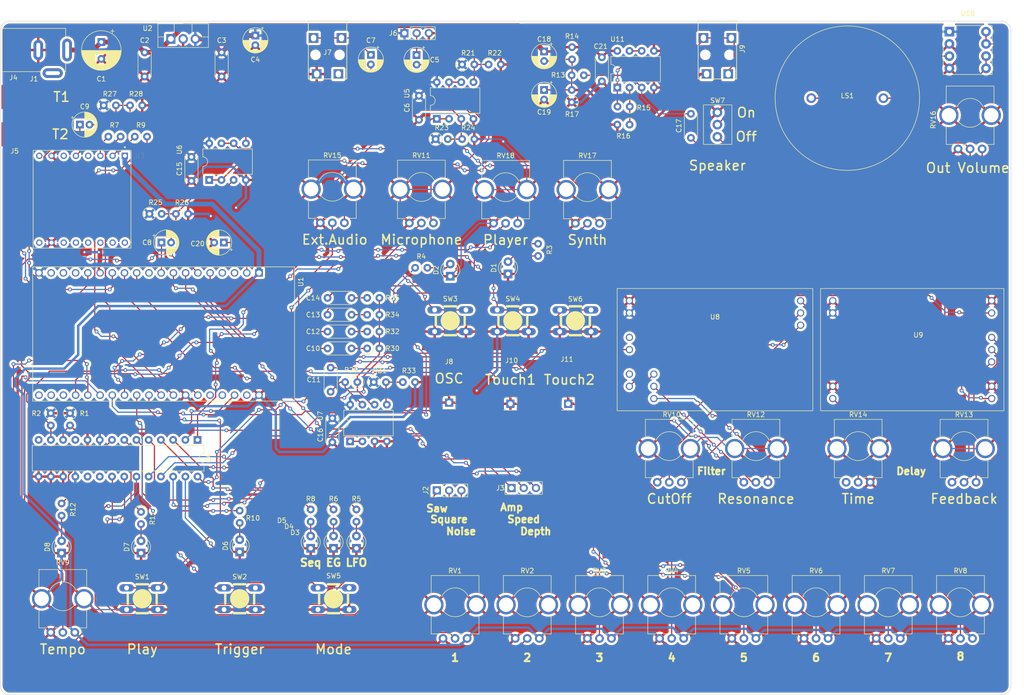
<source format=kicad_pcb>
(kicad_pcb (version 20211014) (generator pcbnew)
  (layers (0 "F.Cu" signal) (31 "B.Cu" signal) (34 "B.Paste" user) (35 "F.Paste" user) (36 "B.SilkS" user "B.Silkscreen") (37 "F.SilkS" user "F.Silkscreen") (38 "B.Mask" user) (39 "F.Mask" user) (44 "Edge.Cuts" user))
  (net 0 "")
  (net 1 "+9V")
  (net 2 "Net-(C17-Pad1)")
  (net 3 "GND")
  (net 6 "+5V")
  (net 7 "Net-(C5-Pad1)")
  (net 8 "Net-(C5-Pad2)")
  (net 9 "Net-(C7-Pad1)")
  (net 10 "Net-(C7-Pad2)")
  (net 12 "Audio_Out")
  (net 13 "Net-(C8-Pad2)")
  (net 14 "Player_Out")
  (net 18 "Net-(C9-Pad2)")
  (net 20 "Net-(C10-Pad1)")
  (net 23 "Net-(C10-Pad2)")
  (net 24 "Net-(C11-Pad1)")
  (net 25 "Net-(C11-Pad2)")
  (net 26 "Net-(C12-Pad1)")
  (net 27 "Net-(C12-Pad2)")
  (net 28 "Net-(C13-Pad1)")
  (net 29 "Net-(C13-Pad2)")
  (net 30 "Net-(C14-Pad1)")
  (net 31 "Net-(C14-Pad2)")
  (net 32 "Net-(D1-Pad2)")
  (net 33 "Net-(D2-Pad2)")
  (net 37 "Net-(D3-Pad2)")
  (net 38 "Net-(D4-Pad2)")
  (net 39 "Net-(D5-Pad2)")
  (net 40 "Net-(D6-Pad2)")
  (net 41 "Net-(D7-Pad2)")
  (net 42 "Net-(D8-Pad2)")
  (net 43 "Net-(J3-Pad1)")
  (net 44 "Net-(J3-Pad2)")
  (net 45 "Net-(J3-Pad3)")
  (net 47 "+3V3")
  (net 48 "SCK")
  (net 49 "SDA")
  (net 50 "Net-(R3-Pad1)")
  (net 51 "Net-(R4-Pad1)")
  (net 52 "Net-(R5-Pad1)")
  (net 53 "Net-(R6-Pad1)")
  (net 54 "Net-(R7-Pad1)")
  (net 55 "RX")
  (net 56 "Net-(R8-Pad1)")
  (net 57 "Net-(R9-Pad1)")
  (net 58 "TX")
  (net 59 "Net-(R10-Pad1)")
  (net 60 "Net-(R11-Pad1)")
  (net 61 "Net-(R12-Pad1)")
  (net 62 "Net-(R29-Pad1)")
  (net 63 "Net-(R31-Pad2)")
  (net 64 "V1")
  (net 65 "V2")
  (net 66 "V3")
  (net 67 "V4")
  (net 68 "V5")
  (net 69 "V6")
  (net 70 "V7")
  (net 71 "V8")
  (net 72 "V9")
  (net 73 "Net-(RV10-Pad1)")
  (net 74 "Net-(RV10-Pad2)")
  (net 75 "Net-(RV10-Pad3)")
  (net 76 "mic_Biased")
  (net 77 "Net-(RV12-Pad1)")
  (net 78 "Net-(RV12-Pad2)")
  (net 79 "Net-(RV12-Pad3)")
  (net 80 "Net-(RV13-Pad1)")
  (net 81 "Net-(RV13-Pad2)")
  (net 82 "Net-(RV13-Pad3)")
  (net 84 "Net-(RV14-Pad2)")
  (net 85 "ext.audio_Biased")
  (net 86 "DelayOut")
  (net 87 "Audio_Out_Biased")
  (net 88 "Player_out_Biased")
  (net 89 "Net-(SW1-Pad1)")
  (net 90 "Net-(SW2-Pad1)")
  (net 91 "Net-(SW3-Pad1)")
  (net 92 "Net-(SW4-Pad1)")
  (net 107 "FilterOut")
  (net 108 "Net-(J9-PadR)")
  (net 109 "Net-(LS1-Pad1)")
  (net 110 "Net-(LS1-Pad2)")
  (net 111 "Net-(SW7-Pad2)")
  (net 112 "Net-(U7-Pad1)")
  (net 113 "Net-(C17-Pad2)")
  (net 114 "VBias")
  (net 115 "Net-(U1-Pad2)")
  (net 116 "Touch1")
  (net 117 "Touch2")
  (net 118 "Net-(J2-Pad1)")
  (net 119 "Net-(J2-Pad2)")
  (net 120 "Net-(J2-Pad3)")
  (net 121 "Net-(R15-Pad1)")
  (net 122 "Net-(SW5-Pad2)")
  (net 123 "Net-(SW6-Pad2)")
  (net 124 "Net-(U11-Pad6)")
  (footprint "Connector_PinSocket_2.54mm:PinSocket_1x01_P2.54mm_Vertical" (layer "F.Cu") (at 156 99.5)
    (fp_text reference "J10")
    (fp_text value "Conn_01x01")
  )
  (footprint "my_footprint:SW_Tactile_6mm_x_6mm_Futsuuno_Akizuki_nadoniaruyatsu" (layer "F.Cu") (at 119.25 140 180)
    (fp_text reference "SW5")
    (fp_text value "SW_SPST")
  )
  (footprint "Resistor_THT:R_Axial_DIN0207_L6.3mm_D2.5mm_P2.54mm_Vertical" (layer "F.Cu") (at 119.25 121.455 -90)
    (fp_text reference "R6")
    (fp_text value "1k")
  )
  (footprint "Resistor_THT:R_Axial_DIN0207_L6.3mm_D2.5mm_P2.54mm_Vertical" (layer "F.Cu") (at 171.25 31.25 180)
    (fp_text reference "R13")
    (fp_text value "10k")
  )
  (footprint "Capacitor_THT:CP_Radial_D5.0mm_P2.00mm" (layer "F.Cu") (at 83.5 66)
    (fp_text reference "C8")
    (fp_text value "100u")
  )
  (footprint "Resistor_THT:R_Axial_DIN0207_L6.3mm_D2.5mm_P2.54mm_Vertical" (layer "F.Cu") (at 86.5 60.044888)
    (fp_text reference "R26")
    (fp_text value "10k")
  )
  (footprint "Capacitor_THT:C_Disc_D5.0mm_W2.5mm_P5.00mm" (layer "F.Cu") (at 80 26.5 -90)
    (fp_text reference "C2")
    (fp_text value "100n")
  )
  (footprint "Resistor_THT:R_Axial_DIN0207_L6.3mm_D2.5mm_P2.54mm_Vertical" (layer "F.Cu") (at 133.65 95)
    (fp_text reference "R33")
    (fp_text value "10k")
  )
  (footprint "Resistor_THT:R_Axial_DIN0207_L6.3mm_D2.5mm_P2.54mm_Vertical" (layer "F.Cu") (at 126.235 88)
    (fp_text reference "R30")
    (fp_text value "47k")
  )
  (footprint "LED_THT:LED_D3.0mm" (layer "F.Cu") (at 114.5 129.525 90)
    (fp_text reference "D5")
    (fp_text value "LED")
  )
  (footprint "LED_THT:LED_D3.0mm" (layer "F.Cu") (at 119.25 129.525 90)
    (fp_text reference "D4")
    (fp_text value "LED")
  )
  (footprint "Capacitor_THT:CP_Radial_D5.0mm_P2.00mm" (layer "F.Cu") (at 136.5 27.044888 -90)
    (fp_text reference "C5")
    (fp_text value "100u")
  )
  (footprint "Resistor_THT:R_Axial_DIN0207_L6.3mm_D2.5mm_P2.54mm_Vertical" (layer "F.Cu") (at 180.79 37.75 180)
    (fp_text reference "R15")
    (fp_text value "10k")
  )
  (footprint "Capacitor_THT:CP_Radial_D5.0mm_P2.00mm" (layer "F.Cu") (at 163 34.294888 -90)
    (fp_text reference "C19")
    (fp_text value "220u")
  )
  (footprint "Resistor_THT:R_Axial_DIN0207_L6.3mm_D2.5mm_P2.54mm_Vertical" (layer "F.Cu") (at 126.24 84.5)
    (fp_text reference "R32")
    (fp_text value "47k")
  )
  (footprint "my_footprint:touch_electrode" (layer "F.Cu") (at 54.25 35.75 90)
    (fp_text reference "J4")
    (fp_text value "Conn_01x01")
  )
  (footprint "Capacitor_THT:CP_Radial_D5.0mm_P2.00mm" (layer "F.Cu") (at 96.455112 66 180)
    (fp_text reference "C20")
    (fp_text value "100u")
  )
  (footprint "Resistor_THT:R_Axial_DIN0207_L6.3mm_D2.5mm_P2.54mm_Vertical" (layer "F.Cu") (at 126.235 81)
    (fp_text reference "R34")
    (fp_text value "47k")
  )
  (footprint "Resistor_THT:R_Axial_DIN0207_L6.3mm_D2.5mm_P2.54mm_Vertical" (layer "F.Cu") (at 76.96 37.5)
    (fp_text reference "R28")
    (fp_text value "10k")
  )
  (footprint "Resistor_THT:R_Axial_DIN0207_L6.3mm_D2.5mm_P2.54mm_Vertical" (layer "F.Cu") (at 161.75 66.25 -90)
    (fp_text reference "R3")
    (fp_text value "1k")
  )
  (footprint "Connector_PinHeader_2.54mm:PinHeader_1x03_P2.54mm_Vertical" (layer "F.Cu") (at 140.725 117.5 90)
    (fp_text reference "J2")
    (fp_text value "Conn_01x03")
  )
  (footprint "Resistor_THT:R_Axial_DIN0207_L6.3mm_D2.5mm_P2.54mm_Vertical" (layer "F.Cu") (at 168.8 27.945 90)
    (fp_text reference "R14")
    (fp_text value "10k")
  )
  (footprint "my_footprint:Potentiometer_Alps_RK09K_Horizontal_CORRECTED" (layer "F.Cu") (at 252.75 115.8 90)
    (fp_text reference "RV13")
    (fp_text value "50k")
  )
  (footprint "Capacitor_THT:C_Disc_D5.0mm_W2.5mm_P5.00mm" (layer "F.Cu") (at 118 77.5)
    (fp_text reference "C14")
    (fp_text value "1u")
  )
  (footprint "Capacitor_THT:C_Disc_D5.0mm_W2.5mm_P5.00mm" (layer "F.Cu") (at 118.65 97 90)
    (fp_text reference "C11")
    (fp_text value "1u")
  )
  (footprint "Resistor_THT:R_Axial_DIN0207_L6.3mm_D2.5mm_P2.54mm_Vertical" (layer "F.Cu") (at 62.75 120.205 -90)
    (fp_text reference "R12")
    (fp_text value "1k")
  )
  (footprint "Resistor_THT:R_Axial_DIN0207_L6.3mm_D2.5mm_P2.54mm_Vertical" (layer "F.Cu") (at 136.205 71.25)
    (fp_text reference "R4")
    (fp_text value "1k")
  )
  (footprint "my_footprint:Potentiometer_Alps_RK09K_Horizontal_CORRECTED" (layer "F.Cu") (at 174.5 62 90)
    (fp_text reference "RV17")
    (fp_text value "10k")
  )
  (footprint "Capacitor_THT:C_Disc_D5.0mm_W2.5mm_P5.00mm" (layer "F.Cu") (at 96 26.5 -90)
    (fp_text reference "C3")
    (fp_text value "100n")
  )
  (footprint "Resistor_THT:R_Axial_DIN0207_L6.3mm_D2.5mm_P2.54mm_Vertical" (layer "F.Cu") (at 79.25 121.955 -90)
    (fp_text reference "R11")
    (fp_text value "1k")
  )
  (footprint "Connector_PinHeader_2.54mm:PinHeader_1x03_P2.54mm_Vertical" (layer "F.Cu") (at 133.975 22.5 90)
    (fp_text reference "J6")
    (fp_text value "Conn_01x03")
  )
  (footprint "my_footprint:Speaker_UGSM30B-8-01" (layer "F.Cu") (at 226 36)
    (fp_text reference "LS1")
    (fp_text value "Speaker")
  )
  (footprint "my_footprint:3.5mm_Stereo_TRS_PJ-3210-4A_and_ST-005-G" (layer "F.Cu") (at 118 20 -90)
    (fp_text reference "J7")
    (fp_text value "AudioJack3")
  )
  (footprint "gifu-creation-koubou:delay" (layer "F.Cu") (at 240.75 88.25)
    (fp_text reference "U9")
    (fp_text value "gifu-creation-delay")
  )
  (footprint "snapeda:MODULE_ESP32-DEVKITC-32D" (layer "F.Cu") (at 84 85 -90)
    (fp_text reference "U1")
    (fp_text value "ESP32-DEVKITC-32D")
  )
  (footprint "Capacitor_THT:CP_Radial_D5.0mm_P2.00mm" (layer "F.Cu") (at 163 26.294888 -90)
    (fp_text reference "C18")
    (fp_text value "220u")
  )
  (footprint "my_footprint:AMP_Module_PAM8012_Akizuki" (layer "F.Cu") (at 251 26)
    (fp_text reference "U10")
    (fp_text value "AMP_MODULE_PAM8012_Akizuki")
  )
  (footprint "Package_DIP:DIP-8_W7.62mm" (layer "F.Cu") (at 178.2 33.8 90)
    (fp_text reference "U11")
    (fp_text value "NJM4580")
  )
  (footprint "my_footprint:SW_Tactile_6mm_x_6mm_Futsuuno_Akizuki_nadoniaruyatsu" (layer "F.Cu") (at 79.5 140)
    (fp_text reference "SW1")
    (fp_text value "SW_SPST")
  )
  (footprint "Resistor_THT:R_Axial_DIN0207_L6.3mm_D2.5mm_P2.54mm_Vertical" (layer "F.Cu") (at 71.5 37.5)
    (fp_text reference "R27")
    (fp_text value "10k")
  )
  (footprint "Resistor_THT:R_Axial_DIN0207_L6.3mm_D2.5mm_P2.54mm_Vertical" (layer "F.Cu") (at 99.75 121.705 -90)
    (fp_text reference "R10")
    (fp_text value "1k")
  )
  (footprint "my_footprint:Potentiometer_Alps_RK09K_Horizontal_CORRECTED" (layer "F.Cu") (at 177 148.25 90)
    (fp_text reference "RV3")
    (fp_text value "10k")
  )
  (footprint "Resistor_THT:R_Axial_DIN0207_L6.3mm_D2.5mm_P2.54mm_Vertical" (layer "F.Cu") (at 140.455 44.5)
    (fp_text reference "R23")
    (fp_text value "10k")
  )
  (footprint "my_footprint:Potentiometer_Alps_RK09K_Horizontal_CORRECTED" (layer "F.Cu") (at 254 46.55 90)
    (fp_text reference "RV16")
    (fp_text value "10k")
  )
  (footprint "my_footprint:Potentiometer_Alps_RK09K_Horizontal_CORRECTED" (layer "F.Cu") (at 65.5 147 90)
    (fp_text reference "RV9")
    (fp_text value "10k")
  )
  (footprint "Resistor_THT:R_Axial_DIN0207_L6.3mm_D2.5mm_P2.54mm_Vertical" (layer "F.Cu") (at 72.455 44)
    (fp_text reference "R7")
    (fp_text value "1k")
  )
  (footprint "my_footprint:Potentiometer_Alps_RK09K_Horizontal_CORRECTED" (layer "F.Cu") (at 209.5 115.8 90)
    (fp_text reference "RV12")
    (fp_text value "100k")
  )
  (footprint "Capacitor_THT:C_Disc_D5.0mm_W2.5mm_P5.00mm" (layer "F.Cu") (at 193.5 44.25 90)
    (fp_text reference "C17")
    (fp_text value "1u")
  )
  (footprint "Resistor_THT:R_Axial_DIN0207_L6.3mm_D2.5mm_P2.54mm_Vertical" (layer "F.Cu") (at 151.455 29)
    (fp_text reference "R22")
    (fp_text value "10k")
  )
  (footprint "LED_THT:LED_D3.0mm" (layer "F.Cu") (at 79.25 130.525 90)
    (fp_text reference "D7")
    (fp_text value "LED")
  )
  (footprint "LED_THT:LED_D3.0mm" (layer "F.Cu") (at 99.75 130.275 90)
    (fp_text reference "D6")
    (fp_text value "LED")
  )
  (footprint "Package_DIP:DIP-8_W7.62mm" (layer "F.Cu") (at 140.7 40.3 90)
    (fp_text reference "U5")
    (fp_text value "NJU7043D")
  )
  (footprint "Resistor_THT:R_Axial_DIN0207_L6.3mm_D2.5mm_P2.54mm_Vertical" (layer "F.Cu") (at 145.955 29)
    (fp_text reference "R21")
    (fp_text value "10k")
  )
  (footprint "Package_DIP:DIP-8_W7.62mm" (layer "F.Cu") (at 93.42 53 90)
    (fp_text reference "U6")
    (fp_text value "NJU7043D")
  )
  (footprint "Resistor_THT:R_Axial_DIN0207_L6.3mm_D2.5mm_P2.54mm_Vertical" (layer "F.Cu") (at 145.955 44.5)
    (fp_text reference "R24")
    (fp_text value "10k")
  )
  (footprint "Capacitor_THT:C_Disc_D5.0mm_W2.5mm_P5.00mm" (layer "F.Cu") (at 118 88)
    (fp_text reference "C10")
    (fp_text value "1u")
  )
  (footprint "Connector_PinHeader_2.54mm:PinHeader_1x03_P2.54mm_Vertical" (layer "F.Cu") (at 156.225 117 90)
    (fp_text reference "J3")
    (fp_text value "Conn_01x03")
  )
  (footprint "my_footprint:Potentiometer_Alps_RK09K_Horizontal_CORRECTED" (layer "F.Cu") (at 252 148.25 90)
    (fp_text reference "RV8")
    (fp_text value "10k")
  )
  (footprint "my_footprint:Potentiometer_Alps_RK09K_Horizontal_CORRECTED" (layer "F.Cu") (at 237 148.25 90)
    (fp_text reference "RV7")
    (fp_text value "10k")
  )
  (footprint "my_footprint:Potentiometer_Alps_RK09K_Horizontal_CORRECTED" (layer "F.Cu") (at 140 61.95 90)
    (fp_text reference "RV11")
    (fp_text value "10k")
  )
  (footprint "my_footprint:Potentiometer_Alps_RK09K_Horizontal_CORRECTED" (layer "F.Cu") (at 207 148.25 90)
    (fp_text reference "RV5")
    (fp_text value "10k")
  )
  (footprint "Resistor_THT:R_Axial_DIN0207_L6.3mm_D2.5mm_P2.54mm_Vertical" (layer "F.Cu") (at 180.75 41.5 180)
    (fp_text reference "R16")
    (fp_text value "2.2k")
  )
  (footprint "Capacitor_THT:C_Disc_D5.0mm_W2.5mm_P5.00mm" (layer "F.Cu") (at 89.72 48.2 -90)
    (fp_text reference "C15")
    (fp_text value "100n")
  )
  (footprint "Resistor_THT:R_Axial_DIN0207_L6.3mm_D2.5mm_P2.54mm_Vertical" (layer "F.Cu") (at 64.5 101.455 -90)
    (fp_text reference "R1")
    (fp_text value "1k")
  )
  (footprint "my_footprint:Switch_Toggle_PCB_Mount_Akizuki_2MS1-T1-B4-M2-Q-E" (layer "F.Cu") (at 199 41.5 180)
    (fp_text reference "SW7")
    (fp_text value "SW_SPDT")
  )
  (footprint "Capacitor_THT:CP_Radial_D5.0mm_P2.00mm" (layer "F.Cu") (at 103 23 -90)
    (fp_text reference "C4")
    (fp_text value "100u")
  )
  (footprint "my_footprint:Potentiometer_Alps_RK09K_Horizontal_CORRECTED" (layer "F.Cu") (at 121.5 61.9 90)
    (fp_text reference "RV15")
    (fp_text value "10k")
  )
  (footprint "gifu-creation-koubou:filter_13700" (layer "F.Cu") (at 198.5 88.25)
    (fp_text reference "U8")
    (fp_text value "gifu-creation-filter")
  )
  (footprint "Capacitor_THT:CP_Radial_D5.0mm_P2.00mm" (layer "F.Cu") (at 66.544888 41.5)
    (fp_text reference "C9")
    (fp_text value "100u")
  )
  (footprint "my_footprint:Potentiometer_Alps_RK09K_Horizontal_CORRECTED" (layer "F.Cu") (at 222 148.25 90)
    (fp_text reference "RV6")
    (fp_text value "10k")
  )
  (footprint "snapeda:MODULE_DFR0299" (layer "F.Cu") (at 67 57 -90)
    (fp_text reference "U3")
    (fp_text value "DFR0299")
  )
  (footprint "Package_DIP:DIP-28_W7.62mm" (layer "F.Cu") (at 91 107 -90)
    (fp_text reference "U4")
    (fp_text value "MCP23017_SP")
  )
  (footprint "LED_THT:LED_D3.0mm" (layer "F.Cu") (at 143.5 73 90)
    (fp_text reference "D2")
    (fp_text value "LED")
  )
  (footprint "Capacitor_THT:C_Disc_D5.0mm_W2.5mm_P5.00mm" (layer "F.Cu") (at 175 27.5 -90)
    (fp_text reference "C21")
    (fp_text value "100n")
  )
  (footprint "Resistor_THT:R_Axial_DIN0207_L6.3mm_D2.5mm_P2.54mm_Vertical" (layer "F.Cu") (at 168.75 36.845 90)
    (fp_text reference "R17")
    (fp_text value "10k")
  )
  (footprint "Capacitor_THT:C_Disc_D5.0mm_W2.5mm_P5.00mm" (layer "F.Cu") (at 137 35.5 -90)
    (fp_text reference "C6")
    (fp_text value "100n")
  )
  (footprint "Resistor_THT:R_Axial_DIN0207_L6.3mm_D2.5mm_P2.54mm_Vertical" (layer "F.Cu") (at 127.605 95)
    (fp_text reference "R31")
    (fp_text value "10k")
  )
  (footprint "Capacitor_THT:C_Disc_D5.0mm_W2.5mm_P5.00mm" (layer "F.Cu") (at 119 102.5 -90)
    (fp_text reference "C16")
    (fp_text value "100n")
  )
  (footprint "my_footprint:SW_Tactile_6mm_x_6mm_Futsuuno_Akizuki_nadoniaruyatsu" (layer "F.Cu") (at 169.5 82.25 180)
    (fp_text reference "SW6")
    (fp_text value "SW_SPST")
  )
  (footprint "my_footprint:Potentiometer_Alps_RK09K_Horizontal_CORRECTED" (layer "F.Cu") (at 157.5 62 90)
    (fp_text reference "RV18")
    (fp_text value "10k")
  )
  (footprint "my_footprint:Potentiometer_Alps_RK09K_Horizontal_CORRECTED" (layer "F.Cu") (at 230.75 115.8 90)
    (fp_text reference "RV14")
    (fp_text value "50k")
  )
  (footprint "Resistor_THT:R_Axial_DIN0207_L6.3mm_D2.5mm_P2.54mm_Vertical" (layer "F.Cu") (at 124 121.455 -90)
    (fp_text reference "R5")
    (fp_text value "1k")
  )
  (footprint "Capacitor_THT:CP_Radial_D5.0mm_P2.00mm" (layer "F.Cu") (at 127 27 -90)
    (fp_text reference "C7")
    (fp_text value "100u")
  )
  (footprint "my_footprint:Potentiometer_Alps_RK09K_Horizontal_CORRECTED" (layer "F.Cu") (at 147 148.25 90)
    (fp_text reference "RV1")
    (fp_text value "10k")
  )
  (footprint "LED_THT:LED_D3.0mm" (layer "F.Cu") (at 155.5 72.525 90)
    (fp_text reference "D1")
    (fp_text value "LED")
  )
  (footprint "LED_THT:LED_D3.0mm" (layer "F.Cu") (at 62.75 130.525 90)
    (fp_text reference "D8")
    (fp_text value "LED")
  )
  (footprint "Resistor_THT:R_Axial_DIN0207_L6.3mm_D2.5mm_P2.54mm_Vertical" (layer "F.Cu") (at 81 60.044888)
    (fp_text reference "R25")
    (fp_text value "10k")
  )
  (footprint "my_footprint:Potentiometer_Alps_RK09K_Horizontal_CORRECTED" (layer "F.Cu") (at 191.5 115.8 90)
    (fp_text reference "RV10")
    (fp_text value "100k")
  )
  (footprint "my_footprint:SW_Tactile_6mm_x_6mm_Futsuuno_Akizuki_nadoniaruyatsu" (layer "F.Cu") (at 143.5 82.25)
    (fp_text reference "SW3")
    (fp_text value "SW_SPST")
  )
  (footprint "Resistor_THT:R_Axial_DIN0207_L6.3mm_D2.5mm_P2.54mm_Vertical" (layer "F.Cu") (at 60.5 101.455 -90)
    (fp_text reference "R2")
    (fp_text value "1k")
  )
  (footprint "my_footprint:Potentiometer_Alps_RK09K_Horizontal_CORRECTED" (layer "F.Cu") (at 162 148.25 90)
    (fp_text reference "RV2")
    (fp_text value "10k")
  )
  (footprint "Resistor_THT:R_Axial_DIN0207_L6.3mm_D2.5mm_P2.54mm_Vertical" (layer "F.Cu") (at 126.235 77.5)
    (fp_text reference "R35")
    (fp_text value "10k")
  )
  (footprint "Connector_PinSocket_2.54mm:PinSocket_1x01_P2.54mm_Vertical" (layer "F.Cu") (at 143.25 99.25)
    (fp_text reference "J8")
    (fp_text value "Conn_01x01")
  )
  (footprint "OPL_Connector:DCJ3P-14.2X11.0X9.0MM" (layer "F.Cu") (at 57 26)
    (fp_text reference "J1")
    (fp_text value "Jack-DC")
  )
  (footprint "Package_DIP:DIP-8_W7.62mm" (layer "F.Cu") (at 122.7 107.3 90)
    (fp_text reference "U7")
    (fp_text value "NJU7043D")
  )
  (footprint "Capacitor_THT:CP_Radial_D8.0mm_P3.50mm" (layer "F.Cu") (at 71 24.347349 -90)
    (fp_text reference "C1")
    (fp_text value "470u")
  )
  (footprint "Resistor_THT:R_Axial_DIN0207_L6.3mm_D2.5mm_P2.54mm_Vertical" (layer "F.Cu") (at 77.955 44)
    (fp_text reference "R9")
    (fp_text value "1k")
  )
  (footprint "Resistor_THT:R_Axial_DIN0207_L6.3mm_D2.5mm_P2.54mm_Vertical" (layer "F.Cu") (at 114.5 121.455 -90)
    (fp_text reference "R8")
    (fp_text value "1k")
  )
  (footprint "Resistor_THT:R_Axial_DIN0207_L6.3mm_D2.5mm_P2.54mm_Vertical" (layer "F.Cu") (at 124.195 95 180)
    (fp_text reference "R29")
    (fp_text value "47k")
  )
  (footprint "Package_TO_SOT_THT:TO-220F-3_Vertical" (layer "F.Cu") (at 85.46 23.695)
    (fp_text reference "U2")
    (fp_text value "L7805")
  )
  (footprint "my_footprint:3.5mm_Stereo_TRS_PJ-3210-4A_and_ST-005-G" (layer "F.Cu") (at 199 20 -90)
    (fp_text reference "J9")
    (fp_text value "AudioJack3")
  )
  (footprint "my_footprint:SW_Tactile_6mm_x_6mm_Futsuuno_Akizuki_nadoniaruyatsu" (layer "F.Cu") (at 156.5 82.25)
    (fp_text reference "SW4")
    (fp_text value "SW_SPST")
  )
  (footprint "my_footprint:Potentiometer_Alps_RK09K_Horizontal_CORRECTED" (layer "F.Cu") (at 192 148.25 90)
    (fp_text reference "RV4")
    (fp_text value "10k")
  )
  (footprint "Connector_PinSocket_2.54mm:PinSocket_1x01_P2.54mm_Vertical" (layer "F.Cu") (at 168 99.5)
    (fp_text reference "J11")
    (fp_text value "Conn_01x01")
  )
  (footprint "Capacitor_THT:C_Disc_D5.0mm_W2.5mm_P5.00mm" (layer "F.Cu") (at 118 84.5)
    (fp_text reference "C12")
    (fp_text value "1u")
  )
  (footprint "Capacitor_THT:C_Disc_D5.0mm_W2.5mm_P5.00mm" (layer "F.Cu") (at 118 81)
    (fp_text reference "C13")
    (fp_text value "1u")
  )
  (footprint "my_footprint:touch_electrode" (layer "F.Cu") (at 54.25 43.5 90)
    (fp_text reference "J5")
    (fp_text value "Conn_01x01")
  )
  (footprint "my_footprint:SW_Tactile_6mm_x_6mm_Futsuuno_Akizuki_nadoniaruyatsu" (layer "F.Cu") (at 99.75 140)
    (fp_text reference "SW2")
    (fp_text value "SW_SPST")
  )
  (footprint "LED_THT:LED_D3.0mm" (layer "F.Cu") (at 124 129.525 90)
    (fp_text reference "D3")
    (fp_text value "LED")
  )
  (gr_line (start 260 22) (end 260 158) (layer "Edge.Cuts") (width 0.1))
  (gr_line (start 258 160) (end 52 160) (layer "Edge.Cuts") (width 0.1))
  (gr_line (start 50 158) (end 50 22) (layer "Edge.Cuts") (width 0.1))
  (gr_arc (start 50 22) (mid 50.585786 20.585786) (end 52 20) (layer "Edge.Cuts") (width 0.1))
  (gr_line (start 52 20) (end 258 20) (layer "Edge.Cuts") (width 0.1))
  (gr_arc (start 260 158) (mid 259.414214 159.414214) (end 258 160) (layer "Edge.Cuts") (width 0.1))
  (gr_arc (start 258 20) (mid 259.414214 20.585786) (end 260 22) (layer "Edge.Cuts") (width 0.1))
  (gr_arc (start 52 160) (mid 50.585786 159.414214) (end 50 158) (layer "Edge.Cuts") (width 0.1))
  (gr_text "On" (at 205 39) (layer "F.SilkS") (effects (font (size 2 2) (thickness 0.3))))
  (gr_text "Ext.Audio" (at 119.5 65.4) (layer "F.SilkS") (effects (font (size 2 2) (thickness 0.3))))
  (gr_text "Touch1" (at 156 94.5) (layer "F.SilkS") (effects (font (size 2 2) (thickness 0.3))))
  (gr_text "3" (at 174.5 152.25) (layer "F.SilkS") (effects (font (size 1.6 1.6) (thickness 0.4))))
  (gr_text "Delay" (at 239.25 113.5) (layer "F.SilkS") (effects (font (size 1.5 1.5) (thickness 0.375))))
  (gr_text "Off" (at 205 44) (layer "F.SilkS") (effects (font (size 2 2) (thickness 0.3))))
  (gr_text "Resonance" (at 207 119.25) (layer "F.SilkS") (effects (font (size 2 2) (thickness 0.3))))
  (gr_text "Mode" (at 119.25 150.5) (layer "F.SilkS") (effects (font (size 2 2) (thickness 0.3))))
  (gr_text "Touch2" (at 168.25 94.5) (layer "F.SilkS") (effects (font (size 2 2) (thickness 0.3))))
  (gr_text "Amp" (at 156.25 121) (layer "F.SilkS") (effects (font (size 1.5 1.5) (thickness 0.375))))
  (gr_text "2" (at 159.5 152.25) (layer "F.SilkS") (effects (font (size 1.6 1.6) (thickness 0.4))))
  (gr_text "Play" (at 79.5 150.5) (layer "F.SilkS") (effects (font (size 2 2) (thickness 0.3))))
  (gr_text "T2\n" (at 62.5 43.5) (layer "F.SilkS") (effects (font (size 2 2) (thickness 0.3))))
  (gr_text "EG" (at 119.25 132.5) (layer "F.SilkS") (effects (font (size 1.6 1.6) (thickness 0.4))))
  (gr_text "Feedback" (at 250.25 119.25) (layer "F.SilkS") (effects (font (size 2 2) (thickness 0.3))))
  (gr_text "Filter" (at 197.75 113.5) (layer "F.SilkS") (effects (font (size 1.5 1.5) (thickness 0.375))))
  (gr_text "7" (at 234.5 152.25) (layer "F.SilkS") (effects (font (size 1.6 1.6) (thickness 0.4))))
  (gr_text "Noise" (at 145.75 126) (layer "F.SilkS") (effects (font (size 1.5 1.5) (thickness 0.375))))
  (gr_text "8" (at 249.5 152) (layer "F.SilkS") (effects (font (size 1.6 1.6) (thickness 0.4))))
  (gr_text "CutOff" (at 189 119.25) (layer "F.SilkS") (effects (font (size 2 2) (thickness 0.3))))
  (gr_text "Microphone" (at 137.5 65.4) (layer "F.SilkS") (effects (font (size 2 2) (thickness 0.3))))
  (gr_text "Speed" (at 158.75 123.5) (layer "F.SilkS") (effects (font (size 1.5 1.5) (thickness 0.375))))
  (gr_text "OSC" (at 143.25 94.25) (layer "F.SilkS") (effects (font (size 2 2) (thickness 0.3))))
  (gr_text "Square" (at 143.25 123.5) (layer "F.SilkS") (effects (font (size 1.5 1.5) (thickness 0.375))))
  (gr_text "4" (at 189.5 152.25) (layer "F.SilkS") (effects (font (size 1.6 1.6) (thickness 0.4))))
  (gr_text "5" (at 204.5 152.25) (layer "F.SilkS") (effects (font (size 1.6 1.6) (thickness 0.4))))
  (gr_text "Depth" (at 161.25 126) (layer "F.SilkS") (effects (font (size 1.5 1.5) (thickness 0.375))))
  (gr_text "Saw" (at 140.75 121.25) (layer "F.SilkS") (effects (font (size 1.5 1.5) (thickness 0.375))))
  (gr_text "Synth" (at 172 65.45) (layer "F.SilkS") (effects (font (size 2 2) (thickness 0.3))))
  (gr_text "Time" (at 228.25 119.25) (layer "F.SilkS") (effects (font (size 2 2) (thickness 0.3))))
  (gr_text "Tempo" (at 63 150.5) (layer "F.SilkS") (effects (font (size 2 2) (thickness 0.3))))
  (gr_text "Speaker" (at 199 50) (layer "F.SilkS") (effects (font (size 2 2) (thickness 0.3))))
  (gr_text "6" (at 219.5 152.25) (layer "F.SilkS") (effects (font (size 1.6 1.6) (thickness 0.4))))
  (gr_text "Trigger" (at 99.75 150.5) (layer "F.SilkS") (effects (font (size 2 2) (thickness 0.3))))
  (gr_text "LFO" (at 124 132.5) (layer "F.SilkS") (effects (font (size 1.6 1.6) (thickness 0.4))))
  (gr_text "1" (at 144.5 152.25) (layer "F.SilkS") (effects (font (size 1.6 1.6) (thickness 0.4))))
  (gr_text "Player" (at 155 65.45) (layer "F.SilkS") (effects (font (size 2 2) (thickness 0.3))))
  (gr_text "T1\n" (at 62.75 35.75) (layer "F.SilkS") (effects (font (size 2 2) (thickness 0.3))))
  (gr_text "Out Volume" (at 251 50.5) (layer "F.SilkS") (effects (font (size 2 2) (thickness 0.3))))
  (gr_text "Seq" (at 114.5 132.5) (layer "F.SilkS") (effects (font (size 1.6 1.6) (thickness 0.4))))
  (segment (start 82.655 26.5) (end 85.46 23.695) (width 1) (layer "F.Cu") (net 1))
  (segment (start 168.8 25.405) (end 166.195 25.405) (width 0.5) (layer "F.Cu") (net 1))
  (segment (start 175 27.5) (end 172.905 25.405) (width 0.5) (layer "F.Cu") (net 1))
  (segment (start 63.9 26) (end 69.347349 26) (width 1) (layer "F.Cu") (net 1))
  (segment (start 85.46 23.695) (end 88.204511 20.950489) (width 1) (layer "F.Cu") (net 1))
  (segment (start 80 26.5) (end 82.655 26.5) (width 1) (layer "F.Cu") (net 1))
  (segment (start 176.32 26.18) (end 178.2 26.18) (width 0.5) (layer "F.Cu") (net 1))
  (segment (start 77.847349 24.347349) (end 80 26.5) (width 1) (layer "F.Cu") (net 1))
  (segment (start 166.195 25.405) (end 165.305112 26.294888) (width 0.5) (layer "F.Cu") (net 1))
  (segment (start 88.204511 20.950489) (end 157.655601 20.950489) (width 1) (layer "F.Cu") (net 1))
  (segment (start 71 24.347349) (end 77.847349 24.347349) (width 1) (layer "F.Cu") (net 1))
  (segment (start 165.305112 26.294888) (end 163 26.294888) (width 0.5) (layer "F.Cu") (net 1))
  (segment (start 175 27.5) (end 176.32 26.18) (width 0.5) (layer "F.Cu") (net 1))
  (segment (start 172.905 25.405) (end 168.8 25.405) (width 0.5) (layer "F.Cu") (net 1))
  (segment (start 157.655601 20.950489) (end 163 26.294888) (width 1) (layer "F.Cu") (net 1))
  (segment (start 69.347349 26) (end 71 24.347349) (width 1) (layer "F.Cu") (net 1))
  (segment (start 250.275489 45.325489) (end 200.285489 45.325489) (width 0.25) (layer "F.Cu") (net 2))
  (segment (start 246.25 53.25) (end 251.5 48) (width 0.25) (layer "F.Cu") (net 2))
  (segment (start 251.5 46.55) (end 250.275489 45.325489) (width 0.25) (layer "F.Cu") (net 2))
  (segment (start 202.5 53.25) (end 246.25 53.25) (width 0.25) (layer "F.Cu") (net 2))
  (segment (start 200.285489 45.325489) (end 199 44.04) (width 0.25) (layer "F.Cu") (net 2))
  (segment (start 193.5 44.25) (end 202.5 53.25) (width 0.25) (layer "F.Cu") (net 2))
  (segment (start 251.5 48) (end 251.5 47.5) (width 0.25) (layer "F.Cu") (net 2))
  (segment (start 135 61.95) (end 133.1 60.05) (width 0.25) (layer "F.Cu") (net 3))
  (segment (start 97.25 60.5) (end 99 58.75) (width 0.5) (layer "F.Cu") (net 3))
  (segment (start 70.5 68) (end 70.5 72.06) (width 0.5) (layer "F.Cu") (net 3))
  (segment (start 62.633 68) (end 67.5 68) (width 0.5) (layer "F.Cu") (net 3))
  (segment (start 60.65 66.017) (end 62.633 68) (width 0.5) (layer "F.Cu") (net 3))
  (segment (start 93.75 60.5) (end 97.25 60.5) (width 0.5) (layer "F.Cu") (net 3))
  (segment (start 70.5 72.06) (end 70.74 72.3) (width 0.5) (layer "F.Cu") (net 3))
  (segment (start 133.1 60.05) (end 133.1 54.95) (width 0.25) (layer "F.Cu") (net 3))
  (via (at 154.5 45) (size 0.8) (drill 0.4) (layers "F.Cu" "B.Cu") (net 3))
  (via (at 149 96.75) (size 0.8) (drill 0.4) (layers "F.Cu" "B.Cu") (net 3))
  (via (at 93.75 60.5) (size 0.8) (drill 0.4) (layers "F.Cu" "B.Cu") (net 3))
  (via (at 99 58.75) (size 0.8) (drill 0.4) (layers "F.Cu" "B.Cu") (net 3))
  (via (at 67.5 68) (size 0.8) (drill 0.4) (layers "F.Cu" "B.Cu") (net 3))
  (via (at 70.5 68) (size 0.8) (drill 0.4) (layers "F.Cu" "B.Cu") (net 3))
  (segment (start 147.195489 39.175489) (end 148.32 40.3) (width 0.25) (layer "B.Cu") (net 3))
  (segment (start 153.25 92.5) (end 149 96.75) (width 0.5) (layer "B.Cu") (net 3))
  (segment (start 108 109.5) (end 117 109.5) (width 0.5) (layer "B.Cu") (net 3))
  (segment (start 92.67 50.25) (end 98.29 50.25) (width 0.5) (layer "B.Cu") (net 3))
  (segment (start 90.82 100) (end 101.46 100) (width 0.5) (layer "B.Cu") (net 3))
  (segment (start 93.294888 60.044888) (end 93.75 60.5) (width 0.5) (layer "B.Cu") (net 3))
  (segment (start 67.5 68) (end 70.5 68) (width 0.5) (layer "B.Cu") (net 3))
  (segment (start 199 106.5) (end 195.7 106.5) (width 0.25) (layer "B.Cu") (net 3))
  (segment (start 101.46 100) (end 103.76 97.7) (width 0.5) (layer "B.Cu") (net 3))
  (segment (start 154 44.5) (end 154.5 45) (width 0.25) (layer "B.Cu") (net 3))
  (segment (start 133.1 54.95) (end 141.9 54.95) (width 0.25) (layer "B.Cu") (net 3))
  (segment (start 119 106) (end 122.75 102.25) (width 0.5) (layer "B.Cu") (net 3))
  (segment (start 107.25 108.75) (end 108 109.5) (width 0.5) (layer "B.Cu") (net 3))
  (segment (start 145.75 70.75) (end 145.75 65.75) (width 0.25) (layer "B.Cu") (net 3))
  (segment (start 137 40) (end 137.824511 39.175489) (width 0.25) (layer "B.Cu") (net 3))
  (segment (start 202.6 108.8) (end 211.4 108.8) (width 0.25) (layer "B.Cu") (net 3))
  (segment (start 101.04 56.71) (end 101.04 53) (width 0.5) (layer "B.Cu") (net 3))
  (segment (start 133.75 102.25) (end 136.19 99.81) (width 0.5) (layer "B.Cu") (net 3))
  (segment (start 99 58.75) (end 101.04 56.71) (width 0.5) (layer "B.Cu") (net 3))
  (segment (start 159.4 49.9) (end 154.5 45) (width 0.25) (layer "B.Cu") (net 3))
  (segment (start 98.29 50.25) (end 101.04 53) (width 0.5) (layer "B.Cu") (net 3))
  (segment (start 119 107.5) (end 119 106) (width 0.5) (layer "B.Cu") (net 3))
  (segment (start 136.19 99.81) (end 136.19 95) (width 0.5) (layer "B.Cu") (net 3))
  (segment (start 195.7 106.5) (end 193.4 108.8) (width 0.25) (layer "B.Cu") (net 3))
  (segment (start 117.5 52) (end 120.5 52) (width 1) (layer "B.Cu") (net 3))
  (segment (start 148.495 44.5) (end 154 44.5) (width 0.25) (layer "B.Cu") (net 3))
  (segment (start 175 32.5) (end 170.655 36.845) (width 0.5) (layer "B.Cu") (net 3))
  (segment (start 88.52 97.7) (end 90.82 100) (width 0.5) (layer "B.Cu") (net 3))
  (segment (start 137 40.5) (end 137 40) (width 0.25) (layer "B.Cu") (net 3))
  (segment (start 202.6 108.8) (end 201.3 108.8) (width 0.25) (layer "B.Cu") (net 3))
  (segment (start 62.75 135.85) (end 58.6 140) (width 0.5) (layer "B.Cu") (net 3))
  (segment (start 149.5 62) (end 152.5 62) (width 0.25) (layer "B.Cu") (net 3))
  (segment (start 69.65 142.25) (end 76.25 142.25) (width 0.25) (layer "B.Cu") (net 3))
  (segment (start 245.85 108.8) (end 254.65 108.8) (width 0.25) (layer "B.Cu") (net 3))
  (segment (start 145.75 65.75) (end 149.5 62) (width 0.25) (layer "B.Cu") (net 3))
  (segment (start 114.6 54.9) (end 117.5 52) (width 1) (layer "B.Cu") (net 3))
  (segment (start 89.72 53.2) (end 92.67 50.25) (width 0.5) (layer "B.Cu") (net 3))
  (segment (start 117 109.5) (end 119 107.5) (width 0.5) (layer "B.Cu") (net 3))
  (segment (start 67.4 140) (end 69.65 142.25) (width 0.25) (layer "B.Cu") (net 3))
  (segment (start 107.25 101.19) (end 107.25 108.75) (width 0.5) (layer "B.Cu") (net 3))
  (segment (start 170.655 36.845) (end 168.75 36.845) (width 0.5) (layer "B.Cu") (net 3))
  (segment (start 62.75 130.525) (end 62.75 135.85) (width 0.5) (layer "B.Cu") (net 3))
  (segment (start 143.5 73) (end 145.75 70.75) (width 0.25) (layer "B.Cu") (net 3))
  (segment (start 103.76 97.7) (end 107.25 101.19) (width 0.5) (layer "B.Cu") (net 3))
  (segment (start 122.75 102.25) (end 133.75 102.25) (width 0.5) (layer "B.Cu") (net 3))
  (segment (start 150.6 55) (end 159.4 55) (width 0.25) (layer "B.Cu") (net 3))
  (segment (start 89.04 60.044888) (end 93.294888 60.044888) (width 0.5) (layer "B.Cu") (net 3))
  (segment (start 153.25 84.5) (end 153.25 92.5) (width 0.5) (layer "B.Cu") (net 3))
  (segment (start 159.4 55) (end 159.4 49.9) (width 0.25) (layer "B.Cu") (net 3))
  (segment (start 120.5 52) (end 123.4 54.9) (width 1) (layer "B.Cu") (net 3))
  (segment (start 137.824511 39.175489) (end 147.195489 39.175489) (width 0.25) (layer "B.Cu") (net 3))
  (segment (start 201.3 108.8) (end 199 106.5) (width 0.25) (layer "B.Cu") (net 3))
  (segment (start 99.5 23) (end 103 23) (width 1) (layer "F.Cu") (net 6))
  (segment (start 60.5 101.455) (end 64.5 101.455) (width 0.5) (layer "F.Cu") (net 6))
  (segment (start 90.54 23.695) (end 93.195 23.695) (width 1) (layer "F.Cu") (net 6))
  (segment (start 96 26.5) (end 99.5 23) (width 1) (layer "F.Cu") (net 6))
  (segment (start 93.195 23.695) (end 96 26.5) (width 1) (layer "F.Cu") (net 6))
  (segment (start 136.515 22.5) (end 136.515 27.029888) (width 0.25) (layer "F.Cu") (net 7))
  (segment (start 136.515 27.029888) (end 136.5 27.044888) (width 0.25) (layer "F.Cu") (net 7))
  (segment (start 148.495 29) (end 148.495 32.505) (width 0.25) (layer "F.Cu") (net 8))
  (segment (start 148.495 29) (end 151.455 29) (width 0.25) (layer "F.Cu") (net 8))
  (segment (start 148.495 32.505) (end 148.32 32.68) (width 0.25) (layer "F.Cu") (net 8))
  (segment (start 138.955112 29.044888) (end 142.5 25.5) (width 0.25) (layer "F.Cu") (net 8))
  (segment (start 148.495 27.495) (end 148.495 29) (width 0.25) (layer "F.Cu") (net 8))
  (segment (start 146.5 25.5) (end 148.495 27.495) (width 0.25) (layer "F.Cu") (net 8))
  (segment (start 136.5 29.044888) (end 138.955112 29.044888) (width 0.25) (layer "F.Cu") (net 8))
  (segment (start 142.5 25.5) (end 146.5 25.5) (width 0.25) (layer "F.Cu") (net 8))
  (segment (start 120.9 23.5) (end 123.5 23.5) (width 0.25) (layer "F.Cu") (net 9))
  (segment (start 115.1 23.5) (end 120.9 23.5) (width 0.25) (layer "F.Cu") (net 9))
  (segment (start 123.5 23.5) (end 127 27) (width 0.25) (layer "F.Cu") (net 9))
  (segment (start 142.995 44.5) (end 145.955 44.5) (width 0.25) (layer "F.Cu") (net 10))
  (segment (start 127 33) (end 132.5 38.5) (width 0.25) (layer "F.Cu") (net 10))
  (segment (start 132.5 38.5) (end 143.98 38.5) (width 0.25) (layer "F.Cu") (net 10))
  (segment (start 127 29) (end 127 33) (width 0.25) (layer "F.Cu") (net 10))
  (segment (start 145.78 44.325) (end 145.955 44.5) (width 0.25) (layer "F.Cu") (net 10))
  (segment (start 145.78 40.3) (end 145.78 44.325) (width 0.25) (layer "F.Cu") (net 10))
  (segment (start 143.98 38.5) (end 145.78 40.3) (width 0.25) (layer "F.Cu") (net 10))
  (segment (start 83.5 72) (end 83.5 66) (width 0.25) (layer "F.Cu") (net 12))
  (segment (start 83.44 72.06) (end 83.5 72) (width 0.25) (layer "F.Cu") (net 12))
  (segment (start 83.44 72.3) (end 83.44 72.06) (width 0.25) (layer "F.Cu") (net 12))
  (segment (start 85.5 64.86863) (end 86.5 63.86863) (width 0.25) (layer "F.Cu") (net 13))
  (segment (start 91.044888 55.5) (end 96 55.5) (width 0.25) (layer "F.Cu") (net 13))
  (segment (start 86.5 63.86863) (end 86.5 60.044888) (width 0.25) (layer "F.Cu") (net 13))
  (segment (start 86.5 60.044888) (end 91.044888 55.5) (width 0.25) (layer "F.Cu") (net 13))
  (segment (start 96 55.5) (end 98.5 53) (width 0.25) (layer "F.Cu") (net 13))
  (segment (start 83.54 60.044888) (end 86.5 60.044888) (width 0.25) (layer "F.Cu") (net 13))
  (segment (start 85.5 66) (end 85.5 64.86863) (width 0.25) (layer "F.Cu") (net 13))
  (segment (start 65.73 47.983) (end 66.544888 47.168112) (width 0.25) (layer "F.Cu") (net 14))
  (segment (start 66.544888 47.168112) (end 66.544888 41.5) (width 0.25) (layer "F.Cu") (net 14))
  (segment (start 74.04 37.5) (end 76.96 37.5) (width 0.25) (layer "F.Cu") (net 18))
  (segment (start 100 42.5) (end 79.5 42.5) (width 0.25) (layer "F.Cu") (net 18))
  (segment (start 101.04 45.38) (end 101.04 43.54) (width 0.25) (layer "F.Cu") (net 18))
  (segment (start 68.544888 41.5) (end 72 41.5) (width 0.25) (layer "F.Cu") (net 18))
  (segment (start 101.04 43.54) (end 100 42.5) (width 0.25) (layer "F.Cu") (net 18))
  (segment (start 76.96 39.96) (end 76.96 37.5) (width 0.25) (layer "F.Cu") (net 18))
  (segment (start 74.04 39.46) (end 74.04 37.5) (width 0.25) (layer "F.Cu") (net 18))
  (segment (start 72 41.5) (end 74.04 39.46) (width 0.25) (layer "F.Cu") (net 18))
  (segment (start 79.5 42.5) (end 76.96 39.96) (width 0.25) (layer "F.Cu") (net 18))
  (segment (start 119.974501 70.025499) (end 114 76) (width 0.25) (layer "F.Cu") (net 20))
  (segment (start 110.5 87) (end 111.5 88) (width 0.25) (layer "F.Cu") (net 20))
  (segment (start 111.5 88) (end 118 88) (width 0.25) (layer "F.Cu") (net 20))
  (segment (start 110.5 79.5) (end 110.5 87) (width 0.25) (layer "F.Cu") (net 20))
  (segment (start 129.424501 70.025499) (end 119.974501 70.025499) (width 0.25) (layer "F.Cu") (net 20))
  (segment (start 137.5 61.95) (end 129.424501 70.025499) (width 0.25) (layer "F.Cu") (net 20))
  (via (at 114 76) (size 0.8) (drill 0.4) (layers "F.Cu" "B.Cu") (net 20))
  (via (at 110.5 79.5) (size 0.8) (drill 0.4) (layers "F.Cu" "B.Cu") (net 20))
  (segment (start 114 76) (end 110.5 79.5) (width 0.25) (layer "B.Cu") (net 20))
  (segment (start 123 88) (end 126.235 88) (width 0.25) (layer "F.Cu") (net 23))
  (segment (start 120.65 95) (end 121.655 95) (width 0.25) (layer "F.Cu") (net 24))
  (segment (start 121.655 96.095) (end 121.655 95) (width 0.25) (layer "F.Cu") (net 24))
  (segment (start 118.65 97) (end 120.65 95) (width 0.25) (layer "F.Cu") (net 24))
  (segment (start 125.24 99.68) (end 121.655 96.095) (width 0.25) (layer "F.Cu") (net 24))
  (segment (start 162.5 88.5) (end 162.75 88.25) (width 0.25) (layer "F.Cu") (net 25))
  (segment (start 118.65 92) (end 123.75 92) (width 0.25) (layer "F.Cu") (net 25))
  (segment (start 162.75 88.25) (end 180.72 88.25) (width 0.25) (layer "F.Cu") (net 25))
  (segment (start 123.75 92) (end 124 92.25) (width 0.25) (layer "F.Cu") (net 25))
  (segment (start 157 92) (end 157.25 92.25) (width 0.25) (layer "F.Cu") (net 25))
  (segment (start 131 92) (end 157 92) (width 0.25) (layer "F.Cu") (net 25))
  (via (at 162.5 88.5) (size 0.8) (drill 0.4) (layers "F.Cu" "B.Cu") (net 25))
  (via (at 131 92) (size 0.8) (drill 0.4) (layers "F.Cu" "B.Cu") (net 25))
  (via (at 157.25 92.25) (size 0.8) (drill 0.4) (layers "F.Cu" "B.Cu") (net 25))
  (via (at 124 92.25) (size 0.8) (drill 0.4) (layers "F.Cu" "B.Cu") (net 25))
  (segment (start 157.25 92.25) (end 158.75 92.25) (width 0.25) (layer "B.Cu") (net 25))
  (segment (start 158.75 92.25) (end 162.5 88.5) (width 0.25) (layer "B.Cu") (net 25))
  (segment (start 124 92.25) (end 130.75 92.25) (width 0.25) (layer "B.Cu") (net 25))
  (segment (start 130.75 92.25) (end 131 92) (width 0.25) (layer "B.Cu") (net 25))
  (segment (start 112 82.5) (end 114 84.5) (width 0.25) (layer "F.Cu") (net 26))
  (segment (start 114 84.5) (end 118 84.5) (width 0.25) (layer "F.Cu") (net 26))
  (segment (start 119 68.5) (end 112 75.5) (width 0.25) (layer "F.Cu") (net 26))
  (segment (start 112 75.5) (end 112 82.5) (width 0.25) (layer "F.Cu") (net 26))
  (segment (start 119 61.9) (end 119 68.5) (width 0.25) (layer "F.Cu") (net 26))
  (segment (start 123 84.5) (end 126.24 84.5) (width 0.25) (layer "F.Cu") (net 27))
  (segment (start 118 80) (end 118 81) (width 0.25) (layer "F.Cu") (net 28))
  (segment (start 157.5 76.5) (end 132 76.5) (width 0.25) (layer "F.Cu") (net 28))
  (segment (start 172 62) (end 157.5 76.5) (width 0.25) (layer "F.Cu") (net 28))
  (segment (start 131 75.5) (end 122.5 75.5) (width 0.25) (layer "F.Cu") (net 28))
  (segment (start 122.5 75.5) (end 118 80) (width 0.25) (layer "F.Cu") (net 28))
  (segment (start 132 76.5) (end 131 75.5) (width 0.25) (layer "F.Cu") (net 28))
  (segment (start 123 81) (end 126.235 81) (width 0.25) (layer "F.Cu") (net 29))
  (segment (start 148.5 68.5) (end 155 62) (width 0.25) (layer "F.Cu") (net 30))
  (segment (start 118 77.5) (end 120.5 75) (width 0.25) (layer "F.Cu") (net 30))
  (segment (start 120.5 75) (end 146.5 75) (width 0.25) (layer "F.Cu") (net 30))
  (segment (start 148.5 73) (end 148.5 68.5) (width 0.25) (layer "F.Cu") (net 30))
  (segment (start 146.5 75) (end 148.5 73) (width 0.25) (layer "F.Cu") (net 30))
  (segment (start 123 77.5) (end 126.235 77.5) (width 0.25) (layer "F.Cu") (net 31))
  (segment (start 156.695 68.79) (end 155.5 69.985) (width 0.25) (layer "F.Cu") (net 32))
  (segment (start 161.75 68.79) (end 156.695 68.79) (width 0.25) (layer "F.Cu") (net 32))
  (segment (start 142.71 71.25) (end 143.5 70.46) (width 0.25) (layer "F.Cu") (net 33))
  (segment (start 138.745 71.25) (end 142.71 71.25) (width 0.25) (layer "F.Cu") (net 33))
  (segment (start 124 123.995) (end 124 126.985) (width 0.25) (layer "F.Cu") (net 37))
  (segment (start 119.25 123.995) (end 119.25 126.985) (width 0.25) (layer "F.Cu") (net 38))
  (segment (start 114.5 123.995) (end 114.5 126.985) (width 0.25) (layer "F.Cu") (net 39))
  (segment (start 99.75 124.245) (end 99.75 127.735) (width 0.25) (layer "F.Cu") (net 40))
  (segment (start 79.25 124.495) (end 79.25 127.985) (width 0.25) (layer "F.Cu") (net 41))
  (segment (start 62.75 122.745) (end 62.75 127.985) (width 0.25) (layer "F.Cu") (net 42))
  (segment (start 150.199501 110.974501) (end 96.974501 110.974501) (width 0.25) (layer "F.Cu") (net 43))
  (segment (start 96.974501 110.974501) (end 96.487701 110.487701) (width 0.25) (layer "F.Cu") (net 43))
  (segment (start 156.225 117) (end 150.199501 110.974501) (width 0.25) (layer "F.Cu") (net 43))
  (via (at 96.487701 110.487701) (size 0.8) (drill 0.4) (layers "F.Cu" "B.Cu") (net 43))
  (segment (start 80.84 114.62) (end 84.972299 110.487701) (width 0.25) (layer "B.Cu") (net 43))
  (segment (start 84.972299 110.487701) (end 96.487701 110.487701) (width 0.25) (layer "B.Cu") (net 43))
  (segment (start 115.563806 106.44951) (end 115.289785 106.175489) (width 0.25) (layer "F.Cu") (net 44))
  (segment (start 158.765 117) (end 147.940489 106.175489) (width 0.25) (layer "F.Cu") (net 44))
  (segment (start 123.67549 106.17549) (end 121.586192 106.17549) (width 0.25) (layer "F.Cu") (net 44))
  (segment (start 101.824511 106.175489) (end 98.25 109.75) (width 0.25) (layer "F.Cu") (net 44))
  (segment (start 121.312171 106.449511) (end 119.53981 106.44951) (width 0.25) (layer "F.Cu") (net 44))
  (segment (start 119.53981 106.44951) (end 119.46579 106.37549) (width 0.25) (layer "F.Cu") (net 44))
  (segment (start 118.460189 106.449511) (end 115.563806 106.44951) (width 0.25) (layer "F.Cu") (net 44))
  (segment (start 147.940489 106.175489) (end 124.723532 106.17549) (width 0.25) (layer "F.Cu") (net 44))
  (segment (start 115.289785 106.175489) (end 101.824511 106.175489) (width 0.25) (layer "F.Cu") (net 44))
  (segment (start 119.46579 106.37549) (end 118.534211 106.375489) (width 0.25) (layer "F.Cu") (net 44))
  (segment (start 121.575489 106.186193) (end 121.312171 106.449511) (width 0.25) (layer "F.Cu") (net 44))
  (segment (start 124.723532 106.17549) (end 123.67549 106.17549) (width 0.25) (layer "F.Cu") (net 44))
  (segment (start 121.575489 106.175489) (end 121.575489 106.186193) (width 0.25) (layer "F.Cu") (net 44))
  (segment (start 118.534211 106.375489) (end 118.460189 106.449511) (width 0.25) (layer "F.Cu") (net 44))
  (via (at 98.25 109.75) (size 0.8) (drill 0.4) (layers "F.Cu" "B.Cu") (net 44))
  (segment (start 98.25 109.75) (end 96.25 111.75) (width 0.25) (layer "B.Cu") (net 44))
  (segment (start 86.25 111.75) (end 83.38 114.62) (width 0.25) (layer "B.Cu") (net 44))
  (segment (start 96.25 111.75) (end 86.25 111.75) (width 0.25) (layer "B.Cu") (net 44))
  (segment (start 96.75 120) (end 96.5 120.25) (width 0.25) (layer "F.Cu") (net 45))
  (segment (start 157.805 113.5) (end 157.25 113.5) (width 0.25) (layer "F.Cu") (net 45))
  (segment (start 86.25 120.75) (end 86 120.5) (width 0.25) (layer "F.Cu") (net 45))
  (segment (start 149 114) (end 106 114) (width 0.25) (layer "F.Cu") (net 45))
  (segment (start 106 114) (end 104 116) (width 0.25) (layer "F.Cu") (net 45))
  (segment (start 93 120.75) (end 86.25 120.75) (width 0.25) (layer "F.Cu") (net 45))
  (segment (start 100.75 120) (end 96.75 120) (width 0.25) (layer "F.Cu") (net 45))
  (segment (start 161.305 117) (end 157.805 113.5) (width 0.25) (layer "F.Cu") (net 45))
  (via (at 86 120.5) (size 0.8) (drill 0.4) (layers "F.Cu" "B.Cu") (net 45))
  (via (at 93 120.75) (size 0.8) (drill 0.4) (layers "F.Cu" "B.Cu") (net 45))
  (via (at 104 116) (size 0.8) (drill 0.4) (layers "F.Cu" "B.Cu") (net 45))
  (via (at 96.5 120.25) (size 0.8) (drill 0.4) (layers "F.Cu" "B.Cu") (net 45))
  (via (at 149 114) (size 0.8) (drill 0.4) (layers "F.Cu" "B.Cu") (net 45))
  (via (at 100.75 120) (size 0.8) (drill 0.4) (layers "F.Cu" "B.Cu") (net 45))
  (via (at 157.25 113.5) (size 0.8) (drill 0.4) (layers "F.Cu" "B.Cu") (net 45))
  (segment (start 149.5 113.5) (end 149 114) (width 0.25) (layer "B.Cu") (net 45))
  (segment (start 85.92 120.42) (end 85.92 114.62) (width 0.25) (layer "B.Cu") (net 45))
  (segment (start 93.5 120.25) (end 93 120.75) (width 0.25) (layer "B.Cu") (net 45))
  (segment (start 86 120.5) (end 85.92 120.42) (width 0.25) (layer "B.Cu") (net 45))
  (segment (start 96.5 120.25) (end 93.5 120.25) (width 0.25) (layer "B.Cu") (net 45))
  (segment (start 157.25 113.5) (end 149.5 113.5) (width 0.25) (layer "B.Cu") (net 45))
  (segment (start 104 116) (end 104 116.75) (width 0.25) (layer "B.Cu") (net 45))
  (segment (start 104 116.75) (end 100.75 120) (width 0.25) (layer "B.Cu") (net 45))
  (segment (start 66.2 89.3) (end 66.2 83.3) (width 0.5) (layer "B.Cu") (net 47))
  (segment (start 192 148.25) (end 194 146.25) (width 0.5) (layer "B.Cu") (net 47))
  (segment (start 53.1 94.3) (end 55.2 92.2) (width 0.5) (layer "B.Cu") (net 47))
  (segment (start 64.6 146.1) (end 64.6 127.926502) (width 0.5) (layer "B.Cu") (net 47))
  (segment (start 75.89 47.983) (end 75.89 49.64) (width 1) (layer "B.Cu") (net 47))
  (segment (start 65.5 147) (end 64.6 146.1) (width 0.5) (layer "B.Cu") (net 47))
  (segment (start 64.6 127.926502) (end 55 118.326502) (width 0.5) (layer "B.Cu") (net 47))
  (segment (start 84.25 58) (end 94 58) (width 1) (layer "B.Cu") (net 47))
  (segment (start 222 148.25) (end 223.75 146.5) (width 0.5) (layer "B.Cu") (net 47))
  (segment (start 53.1 95.8) (end 53.1 94.3) (width 0.5) (layer "B.Cu") (net 47))
  (segment (start 220.25 146.5) (end 222 148.25) (width 0.5) (layer "B.Cu") (net 47))
  (segment (start 55 97.7) (end 53.1 95.8) (width 0.5) (layer "B.Cu") (net 47))
  (segment (start 208.75 146.5) (end 220.25 146.5) (width 0.5) (layer "B.Cu") (net 47))
  (segment (start 237 148.25) (end 239 146.25) (width 0.5) (layer "B.Cu") (net 47))
  (segment (start 175 146.25) (end 177 148.25) (width 0.5) (layer "B.Cu") (net 47))
  (segment (start 147 148.25) (end 149.25 146) (width 0.5) (layer "B.Cu") (net 47))
  (segment (start 239 146.25) (end 250 146.25) (width 0.5) (layer "B.Cu") (net 47))
  (segment (start 159.75 146) (end 162 148.25) (width 0.5) (layer "B.Cu") (net 47))
  (segment (start 55 118.326502) (end 55 97.7) (width 0.5) (layer "B.Cu") (net 47))
  (segment (start 55.2 92.2) (end 63.3 92.2) (width 0.5) (layer "B.Cu") (net 47))
  (segment (start 75.89 49.64) (end 79.75 53.5) (width 1) (layer "B.Cu") (net 47))
  (segment (start 194 146.25) (end 205 146.25) (width 0.5) (layer "B.Cu") (net 47))
  (segment (start 147 148.25) (end 145.650489 149.599511) (width 0.5) (layer "B.Cu") (net 47))
  (segment (start 96.86 79.2) (end 103.76 72.3) (width 0.5) (layer "B.Cu") (net 47))
  (segment (start 145.650489 149.599511) (end 68.099511 149.599511) (width 0.5) (layer "B.Cu") (net 47))
  (segment (start 205 146.25) (end 207 148.25) (width 0.5) (layer "B.Cu") (net 47))
  (segment (start 63.3 92.2) (end 66.2 89.3) (width 0.5) (layer "B.Cu") (net 47))
  (segment (start 207 148.25) (end 208.75 146.5) (width 0.5) (layer "B.Cu") (net 47))
  (segment (start 235.25 146.5) (end 237 148.25) (width 0.5) (layer "B.Cu") (net 47))
  (segment (start 164 146.25) (end 175 146.25) (width 0.5) (layer "B.Cu") (net 47))
  (segment (start 66.2 83.3) (end 70.3 79.2) (width 0.5) (layer "B.Cu") (net 47))
  (segment (start 162 148.25) (end 164 146.25) (width 0.5) (layer "B.Cu") (net 47))
  (segment (start 179.25 146) (end 189.75 146) (width 0.5) (layer "B.Cu") (net 47))
  (segment (start 103.76 67.76) (end 103.76 72.3) (width 1) (layer "B.Cu") (net 47))
  (segment (start 149.25 146) (end 159.75 146) (width 0.5) (layer "B.Cu") (net 47))
  (segment (start 94 58) (end 103.76 67.76) (width 1) (layer "B.Cu") (net 47))
  (segment (start 250 146.25) (end 252 148.25) (width 0.5) (layer "B.Cu") (net 47))
  (segment (start 223.75 146.5) (end 235.25 146.5) (width 0.5) (layer "B.Cu") (net 47))
  (segment (start 70.3 79.2) (end 96.86 79.2) (width 0.5) (layer "B.Cu") (net 47))
  (segment (start 68.099511 149.599511) (end 65.5 147) (width 0.5) (layer "B.Cu") (net 47))
  (segment (start 177 148.25) (end 179.25 146) (width 0.5) (layer "B.Cu") (net 47))
  (segment (start 189.75 146) (end 192 148.25) (width 0.5) (layer "B.Cu") (net 47))
  (segment (start 79.75 53.5) (end 84.25 58) (width 1) (layer "B.Cu") (net 47))
  (segment (start 63.06 107) (end 63.06 105.435) (width 0.25) (layer "F.Cu") (net 48))
  (segment (start 89.75 101) (end 89.75 103.25) (width 0.25) (layer "F.Cu") (net 48))
  (segment (start 89.75 103.25) (end 88.205001 104.794999) (width 0.25) (layer "F.Cu") (net 48))
  (segment (start 64.5 103.995) (end 65.299999 104.794999) (width 0.25) (layer "F.Cu") (net 48))
  (segment (start 63.06 105.435) (end 64.5 103.995) (width 0.25) (layer "F.Cu") (net 48))
  (segment (start 94.25 101) (end 93.75 101) (width 0.25) (layer "F.Cu") (net 48))
  (segment (start 98.68 97.7) (end 95.38 101) (width 0.25) (layer "F.Cu") (net 48))
  (segment (start 95.38 101) (end 94.25 101) (width 0.25) (layer "F.Cu") (net 48))
  (segment (start 65.299999 104.794999) (end 88.205001 104.794999) (width 0.25) (layer "F.Cu") (net 48))
  (via (at 89.75 101) (size 0.8) (drill 0.4) (layers "F.Cu" "B.Cu") (net 48))
  (via (at 93.75 101) (size 0.8) (drill 0.4) (layers "F.Cu" "B.Cu") (net 48))
  (segment (start 93.75 101) (end 89.75 101) (width 0.25) (layer "B.Cu") (net 48))
  (segment (start 55.5 98.995) (end 60.5 103.995) (width 0.25) (layer "F.Cu") (net 49))
  (segment (start 86.55951 93.19951) (end 83.69951 93.19951) (width 0.25) (layer "F.Cu") (net 49))
  (segment (start 60.275499 92.724501) (end 55.5 97.5) (width 0.25) (layer "F.Cu") (net 49))
  (segment (start 55.5 97.5) (end 55.5 98.995) (width 0.25) (layer "F.Cu") (net 49))
  (segment (start 60.52 107) (end 60.52 104.015) (width 0.25) (layer "F.Cu") (net 49))
  (segment (start 83.69951 93.19951) (end 83 92.5) (width 0.25) (layer "F.Cu") (net 49))
  (segment (start 60.52 104.015) (end 60.5 103.995) (width 0.25) (layer "F.Cu") (net 49))
  (segment (start 76 92.5) (end 74.2746 92.5) (width 0.25) (layer "F.Cu") (net 49))
  (segment (start 74.2746 92.5) (end 74.050099 92.724501) (width 0.25) (layer "F.Cu") (net 49))
  (segment (start 91.06 97.7) (end 86.55951 93.19951) (width 0.25) (layer "F.Cu") (net 49))
  (segment (start 74.050099 92.724501) (end 60.275499 92.724501) (width 0.25) (layer "F.Cu") (net 49))
  (via (at 76 92.5) (size 0.8) (drill 0.4) (layers "F.Cu" "B.Cu") (net 49))
  (via (at 83 92.5) (size 0.8) (drill 0.4) (layers "F.Cu" "B.Cu") (net 49))
  (segment (start 83 92.5) (end 76 92.5) (width 0.25) (layer "B.Cu") (net 49))
  (segment (start 95 89.75) (end 95 91) (width 0.25) (layer "F.Cu") (net 50))
  (segment (start 120.5 67.5) (end 120.25 67.75) (width 0.25) (layer "F.Cu") (net 50))
  (segment (start 116.75 67.5) (end 114 67.5) (width 0.25) (layer "F.Cu") (net 50))
  (segment (start 113.5 67.5) (end 100.5 80.5) (width 0.25) (layer "F.Cu") (net 50))
  (segment (start 91 101.862016) (end 91 107) (width 0.25) (layer "F.Cu") (net 50))
  (segment (start 147.75 67) (end 147.25 67.5) (width 0.25) (layer "F.Cu") (net 50))
  (segment (start 161.75 66.25) (end 152.5 66.25) (width 0.25) (layer "F.Cu") (net 50))
  (segment (start 128.5 67.5) (end 120.5 67.5) (width 0.25) (layer "F.Cu") (net 50))
  (segment (start 114 67.5) (end 113.5 67.5) (width 0.25) (layer "F.Cu") (net 50))
  (segment (start 152.5 66.25) (end 151.75 67) (width 0.25) (layer "F.Cu") (net 50))
  (segment (start 94.75 95.5) (end 94.75 98.112016) (width 0.25) (layer "F.Cu") (net 50))
  (segment (start 147.25 67.5) (end 133.5 67.5) (width 0.25) (layer "F.Cu") (net 50))
  (segment (start 93.75 88.5) (end 95 89.75) (width 0.25) (layer "F.Cu") (net 50))
  (segment (start 94.75 98.112016) (end 91 101.862016) (width 0.25) (layer "F.Cu") (net 50))
  (via (at 95 91) (size 0.8) (drill 0.4) (layers "F.Cu" "B.Cu") (net 50))
  (via (at 93.75 88.5) (size 0.8) (drill 0.4) (layers "F.Cu" "B.Cu") (net 50))
  (via (at 120.25 67.75) (size 0.8) (drill 0.4) (layers "F.Cu" "B.Cu") (net 50))
  (via (at 100.5 80.5) (size 0.8) (drill 0.4) (layers "F.Cu" "B.Cu") (net 50))
  (via (at 94.75 95.5) (size 0.8) (drill 0.4) (layers "F.Cu" "B.Cu") (net 50))
  (via (at 151.75 67) (size 0.8) (drill 0.4) (layers "F.Cu" "B.Cu") (net 50))
  (via (at 128.5 67.5) (size 0.8) (drill 0.4) (layers "F.Cu" "B.Cu") (net 50))
  (via (at 147.75 67) (size 0.8) (drill 0.4) (layers "F.Cu" "B.Cu") (net 50))
  (via (at 133.5 67.5) (size 0.8) (drill 0.4) (layers "F.Cu" "B.Cu") (net 50))
  (via (at 116.75 67.5) (size 0.8) (drill 0.4) (layers "F.Cu" "B.Cu") (net 50))
  (segment (start 93.5 88.25) (end 93.75 88.5) (width 0.25) (layer "B.Cu") (net 50))
  (segment (start 120.25 67.75) (end 117 67.75) (width 0.25) (layer "B.Cu") (net 50))
  (segment (start 133.5 67.5) (end 128.5 67.5) (width 0.25) (layer "B.Cu") (net 50))
  (segment (start 100.5 83) (end 99.5 84) (width 0.25) (layer "B.Cu") (net 50))
  (segment (start 93.5 84) (end 93.5 88.25) (width 0.25) (layer "B.Cu") (net 50))
  (segment (start 95 91) (end 94.75 91.25) (width 0.25) (layer "B.Cu") (net 50))
  (segment (start 100.5 80.5) (end 100.5 83) (width 0.25) (layer "B.Cu") (net 50))
  (segment (start 117 67.75) (end 116.75 67.5) (width 0.25) (layer "B.Cu") (net 50))
  (segment (start 99.5 84) (end 93.5 84) (width 0.25) (layer "B.Cu") (net 50))
  (segment (start 94.75 91.25) (end 94.75 95.5) (width 0.25) (layer "B.Cu") (net 50))
  (segment (start 151.75 67) (end 147.75 67) (width 0.25) (layer "B.Cu") (net 50))
  (segment (start 131.75 82.75) (end 131.75 77.75) (width 0.25) (layer "F.Cu") (net 51))
  (segment (start 136.75 87.75) (end 131.75 82.75) (width 0.25) (layer "F.Cu") (net 51))
  (segment (start 113.25 105) (end 116.25 102) (width 0.25) (layer "F.Cu") (net 51))
  (segment (start 118.534211 101.375489) (end 138.125489 101.375489) (width 0.25) (layer "F.Cu") (net 51))
  (segment (start 116.75 101.5) (end 118.4097 101.5) (width 0.25) (layer "F.Cu") (net 51))
  (segment (start 138.125489 101.375489) (end 138.5 101.75) (width 0.25) (layer "F.Cu") (net 51))
  (segment (start 107.75 105) (end 113.25 105) (width 0.25) (layer "F.Cu") (net 51))
  (segment (start 116.25 102) (end 116.75 101.5) (width 0.25) (layer "F.Cu") (net 51))
  (segment (start 97 105) (end 107.75 105) (width 0.25) (layer "F.Cu") (net 51))
  (segment (start 118.4097 101.5) (end 118.534211 101.375489) (width 0.25) (layer "F.Cu") (net 51))
  (via (at 138.5 101.75) (size 0.8) (drill 0.4) (layers "F.Cu" "B.Cu") (net 51))
  (via (at 136.75 87.75) (size 0.8) (drill 0.4) (layers "F.Cu" "B.Cu") (net 51))
  (via (at 131.75 77.75) (size 0.8) (drill 0.4) (layers "F.Cu" "B.Cu") (net 51))
  (via (at 97 105) (size 0.8) (drill 0.4) (layers "F.Cu" "B.Cu") (net 51))
  (segment (start 90.46 105) (end 97 105) (width 0.25) (layer "B.Cu") (net 51))
  (segment (start 131.75 75.705) (end 136.205 71.25) (width 0.25) (layer "B.Cu") (net 51))
  (segment (start 138.5 101.75) (end 138.5 89.5) (width 0.25) (layer "B.Cu") (net 51))
  (segment (start 138.5 89.5) (end 136.75 87.75) (width 0.25) (layer "B.Cu") (net 51))
  (segment (start 131.75 77.75) (end 131.75 75.705) (width 0.25) (layer "B.Cu") (net 51))
  (segment (start 88.46 107) (end 90.46 105) (width 0.25) (layer "B.Cu") (net 51))
  (segment (start 96.5 112.75) (end 98.75 112.75) (width 0.25) (layer "F.Cu") (net 52))
  (segment (start 98.75 112.75) (end 103 117) (width 0.25) (layer "F.Cu") (net 52))
  (segment (start 119.545 117) (end 124 121.455) (width 0.25) (layer "F.Cu") (net 52))
  (segment (start 91.580605 112.660605) (end 94.2755 112.660605) (width 0.25) (layer "F.Cu") (net 52))
  (segment (start 85.92 107) (end 91.580605 112.660605) (width 0.25) (layer "F.Cu") (net 52))
  (segment (start 103 117) (end 119.545 117) (width 0.25) (layer "F.Cu") (net 52))
  (via (at 94.2755 112.660605) (size 0.8) (drill 0.4) (layers "F.Cu" "B.Cu") (net 52))
  (via (at 96.5 112.75) (size 0.8) (drill 0.4) (layers "F.Cu" "B.Cu") (net 52))
  (segment (start 94.410605 112.660605) (end 94.2755 112.660605) (width 0.25) (layer "B.Cu") (net 52))
  (segment (start 96.5 112.75) (end 94.5 112.75) (width 0.25) (layer "B.Cu") (net 52))
  (segment (start 94.5 112.75) (end 94.410605 112.660605) (width 0.25) (layer "B.Cu") (net 52))
  (segment (start 97.44951 117.44951) (end 97.25 117.25) (width 0.25) (layer "F.Cu") (net 53))
  (segment (start 115.24451 117.44951) (end 97.44951 117.44951) (width 0.25) (layer "F.Cu") (net 53))
  (segment (start 89.57951 113.19951) (end 83.38 107) (width 0.25) (layer "F.Cu") (net 53))
  (segment (start 92.449511 113.199511) (end 89.57951 113.19951) (width 0.25) (layer "F.Cu") (net 53))
  (segment (start 119.25 121.455) (end 115.24451 117.44951) (width 0.25) (layer "F.Cu") (net 53))
  (segment (start 94.25 115) (end 92.449511 113.199511) (width 0.25) (layer "F.Cu") (net 53))
  (segment (start 94.25 117) (end 94.25 115) (width 0.25) (layer "F.Cu") (net 53))
  (via (at 94.25 117) (size 0.8) (drill 0.4) (layers "F.Cu" "B.Cu") (net 53))
  (via (at 97.25 117.25) (size 0.8) (drill 0.4) (layers "F.Cu" "B.Cu") (net 53))
  (segment (start 97 117) (end 94.25 117) (width 0.25) (layer "B.Cu") (net 53))
  (segment (start 97.25 117.25) (end 97 117) (width 0.25) (layer "B.Cu") (net 53))
  (segment (start 70.81 45.645) (end 72.455 44) (width 0.25) (layer "F.Cu") (net 54))
  (segment (start 70.81 47.983) (end 70.81 45.645) (width 0.25) (layer "F.Cu") (net 54))
  (segment (start 71.675489 70.26203) (end 71.675489 70.73797) (width 0.25) (layer "F.Cu") (net 55))
  (segment (start 71.844511 47.150489) (end 71.844511 70.093008) (width 0.25) (layer "F.Cu") (net 55))
  (segment (start 71.844511 70.906992) (end 71.844511 78.405489) (width 0.25) (layer "F.Cu") (net 55))
  (segment (start 71.905489 78.405489) (end 71.844511 78.405489) (width 0.25) (layer "F.Cu") (net 55))
  (segment (start 72.75 79.25) (end 71.905489 78.405489) (width 0.25) (layer "F.Cu") (net 55))
  (segment (start 71.675489 70.73797) (end 71.844511 70.906992) (width 0.25) (layer "F.Cu") (net 55))
  (segment (start 74.995 44) (end 71.844511 47.150489) (width 0.25) (layer "F.Cu") (net 55))
  (segment (start 72.75 87.01) (end 72.75 79.25) (width 0.25) (layer "F.Cu") (net 55))
  (segment (start 71.844511 70.093008) (end 71.675489 70.26203) (width 0.25) (layer "F.Cu") (net 55))
  (segment (start 83.44 97.7) (end 72.75 87.01) (width 0.25) (layer "F.Cu") (net 55))
  (segment (start 114.5 121.455) (end 112.295 119.25) (width 0.25) (layer "F.Cu") (net 56))
  (segment (start 83.5597 119.5) (end 82.034511 117.974811) (width 0.25) (layer "F.Cu") (net 56))
  (segment (start 112.295 119.25) (end 97.5 119.25) (width 0.25) (layer "F.Cu") (net 56))
  (segment (start 94.25 119.5) (end 83.5597 119.5) (width 0.25) (layer "F.Cu") (net 56))
  (segment (start 82.034511 108.194511) (end 80.84 107) (width 0.25) (layer "F.Cu") (net 56))
  (segment (start 82.034511 117.974811) (end 82.034511 108.194511) (width 0.25) (layer "F.Cu") (net 56))
  (via (at 97.5 119.25) (size 0.8) (drill 0.4) (layers "F.Cu" "B.Cu") (net 56))
  (via (at 94.25 119.5) (size 0.8) (drill 0.4) (layers "F.Cu" "B.Cu") (net 56))
  (segment (start 97.5 119.25) (end 94.5 119.25) (width 0.25) (layer "B.Cu") (net 56))
  (segment (start 94.5 119.25) (end 94.25 119.5) (width 0.25) (layer "B.Cu") (net 56))
  (segment (start 73.35 47.983) (end 74.328511 47.004489) (width 0.25) (layer "F.Cu") (net 57))
  (segment (start 74.328511 47.004489) (end 74.950511 47.004489) (width 0.25) (layer "F.Cu") (net 57))
  (segment (start 74.950511 47.004489) (end 77.955 44) (width 0.25) (layer "F.Cu") (net 57))
  (segment (start 80.495 45.335022) (end 80.495 44) (width 0.25) (layer "F.Cu") (net 58))
  (segment (start 69.635489 51.864511) (end 70.5 51) (width 0.25) (layer "F.Cu") (net 58))
  (segment (start 73.5 51) (end 74.830022 51) (width 0.25) (layer "F.Cu") (net 58))
  (segment (start 70 84.5) (end 69.635489 84.135489) (width 0.25) (layer "F.Cu") (net 58))
  (segment (start 73.78 85.5) (end 73.5 85.5) (width 0.25) (layer "F.Cu") (net 58))
  (segment (start 85.98 97.7) (end 73.78 85.5) (width 0.25) (layer "F.Cu") (net 58))
  (segment (start 74.830022 51) (end 80.495 45.335022) (width 0.25) (layer "F.Cu") (net 58))
  (segment (start 69.635489 84.135489) (end 69.635489 51.864511) (width 0.25) (layer "F.Cu") (net 58))
  (via (at 73.5 51) (size 0.8) (drill 0.4) (layers "F.Cu" "B.Cu") (net 58))
  (via (at 70 84.5) (size 0.8) (drill 0.4) (layers "F.Cu" "B.Cu") (net 58))
  (via (at 70.5 51) (size 0.8) (drill 0.4) (layers "F.Cu" "B.Cu") (net 58))
  (via (at 73.5 85.5) (size 0.8) (drill 0.4) (layers "F.Cu" "B.Cu") (net 58))
  (segment (start 70.5 51) (end 73.5 51) (width 0.25) (layer "B.Cu") (net 58))
  (segment (start 71 85.5) (end 70 84.5) (width 0.25) (layer "B.Cu") (net 58))
  (segment (start 73.5 85.5) (end 71 85.5) (width 0.25) (layer "B.Cu") (net 58))
  (segment (start 79.494511 108.194511) (end 78.3 107) (width 0.25) (layer "F.Cu") (net 59))
  (segment (start 97.045 121.705) (end 97 121.75) (width 0.25) (layer "F.Cu") (net 59))
  (segment (start 99.75 121.705) (end 97.045 121.705) (width 0.25) (layer "F.Cu") (net 59))
  (segment (start 79.494511 117.974811) (end 79.494511 108.194511) (width 0.25) (layer "F.Cu") (net 59))
  (segment (start 83.2697 121.75) (end 79.494511 117.974811) (width 0.25) (layer "F.Cu") (net 59))
  (segment (start 94.25 121.75) (end 83.2697 121.75) (width 0.25) (layer "F.Cu") (net 59))
  (via (at 97 121.75) (size 0.8) (drill 0.4) (layers "F.Cu" "B.Cu") (net 59))
  (via (at 94.25 121.75) (size 0.8) (drill 0.4) (layers "F.Cu" "B.Cu") (net 59))
  (segment (start 97 121.75) (end 94.25 121.75) (width 0.25) (layer "B.Cu") (net 59))
  (segment (start 79.25 121.955) (end 77.175489 119.880489) (width 0.25) (layer "F.Cu") (net 60))
  (segment (start 77.175489 119.880489) (end 77.175489 108.415489) (width 0.25) (layer "F.Cu") (net 60))
  (segment (start 77.175489 108.415489) (end 75.76 107) (width 0.25) (layer "F.Cu") (net 60))
  (segment (start 62.75 120.205) (end 64.184511 118.770489) (width 0.25) (layer "F.Cu") (net 61))
  (segment (start 64.184511 118.770489) (end 64.184511 114.315489) (width 0.25) (layer "F.Cu") (net 61))
  (segment (start 64.184511 114.315489) (end 69 109.5) (width 0.25) (layer "F.Cu") (net 61))
  (segment (start 70.72 109.5) (end 73.22 107) (width 0.25) (layer "F.Cu") (net 61))
  (segment (start 69 109.5) (end 70.72 109.5) (width 0.25) (layer "F.Cu") (net 61))
  (segment (start 124.195 96.7196) (end 127.1554 99.68) (width 0.25) (layer "F.Cu") (net 62))
  (segment (start 128.78 84.5) (end 128.78 87.995) (width 0.25) (layer "F.Cu") (net 62))
  (segment (start 128.775 89.225) (end 124.195 93.805) (width 0.25) (layer "F.Cu") (net 62))
  (segment (start 124.195 93.805) (end 124.195 95) (width 0.25) (layer "F.Cu") (net 62))
  (segment (start 128.775 88) (end 128.775 89.225) (width 0.25) (layer "F.Cu") (net 62))
  (segment (start 128.775 81) (end 128.775 84.495) (width 0.25) (layer "F.Cu") (net 62))
  (segment (start 127.1554 99.68) (end 127.78 99.68) (width 0.25) (layer "F.Cu") (net 62))
  (segment (start 124.195 95) (end 124.195 96.7196) (width 0.25) (layer "F.Cu") (net 62))
  (segment (start 128.775 84.495) (end 128.78 84.5) (width 0.25) (layer "F.Cu") (net 62))
  (segment (start 128.775 77.5) (end 128.775 81) (width 0.25) (layer "F.Cu") (net 62))
  (segment (start 128.78 87.995) (end 128.775 88) (width 0.25) (layer "F.Cu") (net 62))
  (segment (start 130.145 95) (end 133.65 95) (width 0.25) (layer "F.Cu") (net 63))
  (segment (start 130.145 99.505) (end 130.32 99.68) (width 0.25) (layer "F.Cu") (net 63))
  (segment (start 130.145 95) (end 130.145 99.505) (width 0.25) (layer "F.Cu") (net 63))
  (segment (start 144.5 148.25) (end 143.275489 147.025489) (width 0.25) (layer "F.Cu") (net 64))
  (segment (start 143.275489 147.025489) (end 67.206232 147.025489) (width 0.25) (layer "F.Cu") (net 64))
  (segment (start 54.5 93.75) (end 55 93.75) (width 0.25) (layer "F.Cu") (net 64))
  (segment (start 55 93.75) (end 55.25 94) (width 0.25) (layer "F.Cu") (net 64))
  (segment (start 59.25 152.25) (end 54.5 147.5) (width 0.25) (layer "F.Cu") (net 64))
  (segment (start 67.206232 147.025489) (end 61.981721 152.25) (width 0.25) (layer "F.Cu") (net 64))
  (segment (start 54.5 147.5) (end 54.5 93.75) (width 0.25) (layer "F.Cu") (net 64))
  (segment (start 61.981721 152.25) (end 59.25 152.25) (width 0.25) (layer "F.Cu") (net 64))
  (via (at 55.25 94) (size 0.8) (drill 0.4) (layers "F.Cu" "B.Cu") (net 64))
  (segment (start 55.974501 94.724501) (end 67.764501 94.724501) (width 0.25) (layer "B.Cu") (net 64))
  (segment (start 55.25 94) (end 55.974501 94.724501) (width 0.25) (layer "B.Cu") (net 64))
  (segment (start 67.764501 94.724501) (end 70.74 97.7) (width 0.25) (layer "B.Cu") (net 64))
  (segment (start 68 94) (end 68.2 94.2) (width 0.25) (layer "F.Cu") (net 65))
  (segment (start 62.75 90.5) (end 67.25 90.5) (width 0.25) (layer "F.Cu") (net 65))
  (segment (start 58.25 154) (end 52.75 148.5) (width 0.25) (layer "F.Cu") (net 65))
  (segment (start 153.75 154) (end 58.25 154) (width 0.25) (layer "F.Cu") (net 65))
  (segment (start 67.25 90.5) (end 68 91.25) (width 0.25) (layer "F.Cu") (net 65))
  (segment (start 159.5 148.25) (end 153.75 154) (width 0.25) (layer "F.Cu") (net 65))
  (segment (start 56 90.5) (end 62.75 90.5) (width 0.25) (layer "F.Cu") (net 65))
  (segment (start 52.75 148.5) (end 52.75 91.25) (width 0.25) (layer "F.Cu") (net 65))
  (segment (start 68.2 94.2) (end 68.2 97.7) (width 0.25) (layer "F.Cu") (net 65))
  (via (at 68 91.25) (size 0.8) (drill 0.4) (layers "F.Cu" "B.Cu") (net 65))
  (via (at 68 94) (size 0.8) (drill 0.4) (layers "F.Cu" "B.Cu") (net 65))
  (via (at 56 90.5) (size 0.8) (drill 0.4) (layers "F.Cu" "B.Cu") (net 65))
  (via (at 52.75 91.25) (size 0.8) (drill 0.4) (layers "F.Cu" "B.Cu") (net 65))
  (segment (start 55.25 91.25) (end 56 90.5) (width 0.25) (layer "B.Cu") (net 65))
  (segment (start 68 91.25) (end 68 94) (width 0.25) (layer "B.Cu") (net 65))
  (segment (start 52.75 91.25) (end 55.25 91.25) (width 0.25) (layer "B.Cu") (net 65))
  (segment (start 83 101.5) (end 82.75 101.25) (width 0.25) (layer "F.Cu") (net 66))
  (segment (start 174.5 148.25) (end 174.5 122) (width 0.25) (layer "F.Cu") (net 66))
  (segment (start 174.5 122) (end 153.425979 100.925979) (width 0.25) (layer "F.Cu") (net 66))
  (segment (start 153.425979 100.925979) (end 118.348017 100.925979) (width 0.25) (layer "F.Cu") (net 66))
  (segment (start 118.223506 101.05049) (end 113.313806 101.05049) (width 0.25) (layer "F.Cu") (net 66))
  (segment (start 112.614296 101.75) (end 92.25 101.75) (width 0.25) (layer "F.Cu") (net 66))
  (segment (start 118.348017 100.925979) (end 118.223506 101.05049) (width 0.25) (layer "F.Cu") (net 66))
  (segment (start 88 101.5) (end 83 101.5) (width 0.25) (layer "F.Cu") (net 66))
  (segment (start 113.313806 101.05049) (end 112.614296 101.75) (width 0.25) (layer "F.Cu") (net 66))
  (via (at 82.75 101.25) (size 0.8) (drill 0.4) (layers "F.Cu" "B.Cu") (net 66))
  (via (at 88 101.5) (size 0.8) (drill 0.4) (layers "F.Cu" "B.Cu") (net 66))
  (via (at 92.25 101.75) (size 0.8) (drill 0.4) (layers "F.Cu" "B.Cu") (net 66))
  (segment (start 92.25 101.75) (end 88.25 101.75) (width 0.25) (layer "B.Cu") (net 66))
  (segment (start 88.25 101.75) (end 88 101.5) (width 0.25) (layer "B.Cu") (net 66))
  (segment (start 74.5 101.25) (end 73.28 100.03) (width 0.25) (layer "B.Cu") (net 66))
  (segment (start 82.75 101.25) (end 74.5 101.25) (width 0.25) (layer "B.Cu") (net 66))
  (segment (start 73.28 100.03) (end 73.28 97.7) (width 0.25) (layer "B.Cu") (net 66))
  (segment (start 151.9745 92.9745) (end 127.387299 92.9745) (width 0.25) (layer "F.Cu") (net 67))
  (segment (start 189.5 130.5) (end 151.9745 92.9745) (width 0.25) (layer "F.Cu") (net 67))
  (segment (start 114.5 92.75) (end 91.75 92.75) (width 0.25) (layer "F.Cu") (net 67))
  (segment (start 75.82 76.82) (end 75.82 72.3) (width 0.25) (layer "F.Cu") (net 67))
  (segment (start 91.75 92.75) (end 75.82 76.82) (width 0.25) (layer "F.Cu") (net 67))
  (segment (start 189.5 148.25) (end 189.5 130.5) (width 0.25) (layer "F.Cu") (net 67))
  (via (at 127.387299 92.9745) (size 0.8) (drill 0.4) (layers "F.Cu" "B.Cu") (net 67))
  (via (at 114.5 92.75) (size 0.8) (drill 0.4) (layers "F.Cu" "B.Cu") (net 67))
  (segment (start 114.5 92.75) (end 114.874511 93.124511) (width 0.25) (layer "B.Cu") (net 67))
  (segment (start 114.874511 93.124511) (end 127.237288 93.124511) (width 0.25) (layer "B.Cu") (net 67))
  (segment (start 127.237288 93.124511) (end 127.387299 92.9745) (width 0.25) (layer "B.Cu") (net 67))
  (segment (start 187.75 133.25) (end 176.5 133.25) (width 0.25) (layer "F.Cu") (net 68))
  (segment (start 202.073343 137.242178) (end 197.831165 133) (width 0.25) (layer "F.Cu") (net 68))
  (segment (start 120.027472 105.55049) (end 119.651983 105.925979) (width 0.25) (layer "F.Cu") (net 68))
  (segment (start 202.073343 137.971564) (end 202.073343 137.242178) (width 0.25) (layer "F.Cu") (net 68))
  (segment (start 78.36 75.8846) (end 94.4754 92) (width 0.25) (layer "F.Cu") (net 68))
  (segment (start 204.5 140.398221) (end 202.073343 137.971564) (width 0.25) (layer "F.Cu") (net 68))
  (segment (start 115.75 106) (end 114.512299 104.762299) (width 0.25) (layer "F.Cu") (net 68))
  (segment (start 123.686194 105.55049) (end 120.027472 105.55049) (width 0.25) (layer "F.Cu") (net 68))
  (segment (start 94.4754 92) (end 98.75 92) (width 0.25) (layer "F.Cu") (net 68))
  (segment (start 151.475978 105.725978) (end 123.861682 105.725978) (width 0.25) (layer "F.Cu") (net 68))
  (segment (start 155.225978 105.725978) (end 151.475978 105.725978) (width 0.25) (layer "F.Cu") (net 68))
  (segment (start 173.25 123.75) (end 155.225978 105.725978) (width 0.25) (layer "F.Cu") (net 68))
  (segment (start 204.5 148.25) (end 204.5 140.398221) (width 0.25) (layer "F.Cu") (net 68))
  (segment (start 173.25 130.25) (end 173.25 123.75) (width 0.25) (layer "F.Cu") (net 68))
  (segment (start 119.651983 105.925979) (end 118.348018 105.925978) (width 0.25) (layer "F.Cu") (net 68))
  (segment (start 197.831165 133) (end 191.25 133) (width 0.25) (layer "F.Cu") (net 68))
  (segment (start 118.273996 106) (end 115.75 106) (width 0.25) (layer "F.Cu") (net 68))
  (segment (start 176.5 133.25) (end 175.75 132.5) (width 0.25) (layer "F.Cu") (net 68))
  (segment (start 101.25 94.25) (end 104 94.25) (width 0.25) (layer "F.Cu") (net 68))
  (segment (start 104 94.25) (end 110.25 100.5) (width 0.25) (layer "F.Cu") (net 68))
  (segment (start 123.861682 105.725978) (end 123.686194 105.55049) (width 0.25) (layer "F.Cu") (net 68))
  (segment (start 118.348018 105.925978) (end 118.273996 106) (width 0.25) (layer "F.Cu") (net 68))
  (segment (start 78.36 72.3) (end 78.36 75.8846) (width 0.25) (layer "F.Cu") (net 68))
  (via (at 98.75 92) (size 0.8) (drill 0.4) (layers "F.Cu" "B.Cu") (net 68))
  (via (at 114.512299 104.762299) (size 0.8) (drill 0.4) (layers "F.Cu" "B.Cu") (net 68))
  (via (at 191.25 133) (size 0.8) (drill 0.4) (layers "F.Cu" "B.Cu") (net 68))
  (via (at 175.75 132.5) (size 0.8) (drill 0.4) (layers "F.Cu" "B.Cu") (net 68))
  (via (at 110.25 100.5) (size 0.8) (drill 0.4) (layers "F.Cu" "B.Cu") (net 68))
  (via (at 173.25 130.25) (size 0.8) (drill 0.4) (layers "F.Cu" "B.Cu") (net 68))
  (via (at 101.25 94.25) (size 0.8) (drill 0.4) (layers "F.Cu" "B.Cu") (net 68))
  (via (at 187.75 133.25) (size 0.8) (drill 0.4) (layers "F.Cu" "B.Cu") (net 68))
  (segment (start 191.25 133) (end 188 133) (width 0.25) (layer "B.Cu") (net 68))
  (segment (start 110.25 100.5) (end 114.512299 104.762299) (width 0.25) (layer "B.Cu") (net 68))
  (segment (start 175.75 132.5) (end 173.5 130.25) (width 0.25) (layer "B.Cu") (net 68))
  (segment (start 101 94.25) (end 101.25 94.25) (width 0.25) (layer "B.Cu") (net 68))
  (segment (start 98.75 92) (end 101 94.25) (width 0.25) (layer "B.Cu") (net 68))
  (segment (start 188 133) (end 187.75 133.25) (width 0.25) (layer "B.Cu") (net 68))
  (segment (start 173.5 130.25) (end 173.25 130.25) (width 0.25) (layer "B.Cu") (net 68))
  (segment (start 150.75 113.874022) (end 171.375978 134.5) (width 0.25) (layer "F.Cu") (net 69))
  (segment (start 147.75 112.75) (end 150.75 112.75) (width 0.25) (layer "F.Cu") (net 69))
  (segment (start 104.5 91.7254) (end 104.5 91.75) (width 0.25) (layer "F.Cu") (net 69))
  (segment (start 106.5 94) (end 112.921073 100.421073) (width 0.25) (layer "F.Cu") (net 69))
  (segment (start 187.5 134.75) (end 187.75 135) (width 0.25) (layer "F.Cu") (net 69))
  (segment (start 171.375978 134.5) (end 172.75 134.5) (width 0.25) (layer "F.Cu") (net 69))
  (segment (start 219.5 148.25) (end 219.5 142.362644) (width 0.25) (layer "F.Cu") (net 69))
  (segment (start 215.586867 138.449511) (end 203.57589 138.449511) (width 0.25) (layer "F.Cu") (net 69))
  (segment (start 140.25 110.25) (end 142.75 110.25) (width 0.25) (layer "F.Cu") (net 69))
  (segment (start 192.25 135.25) (end 199 135.25) (width 0.25) (layer "F.Cu") (net 69))
  (segment (start 203.57589 138.449511) (end 202.797844 137.671465) (width 0.25) (layer "F.Cu") (net 69))
  (segment (start 88.52 72.3) (end 88.52 75.7454) (width 0.25) (layer "F.Cu") (net 69))
  (segment (start 199 135.25) (end 199.25 135.5) (width 0.25) (layer "F.Cu") (net 69))
  (segment (start 117 104.75) (end 115.762299 103.512299) (width 0.25) (layer "F.Cu") (net 69))
  (segment (start 146.75 111.75) (end 147.75 112.75) (width 0.25) (layer "F.Cu") (net 69))
  (segment (start 135.25 104.75) (end 117 104.75) (width 0.25) (layer "F.Cu") (net 69))
  (segment (start 88.52 75.7454) (end 104.5 91.7254) (width 0.25) (layer "F.Cu") (net 69))
  (segment (start 112.921073 100.421073) (end 112.955008 100.421073) (width 0.25) (layer "F.Cu") (net 69))
  (segment (start 137.75 107.75) (end 140.25 110.25) (width 0.25) (layer "F.Cu") (net 69))
  (segment (start 219.5 142.362644) (end 215.586867 138.449511) (width 0.25) (layer "F.Cu") (net 69))
  (segment (start 150.75 112.75) (end 150.75 113.874022) (width 0.25) (layer "F.Cu") (net 69))
  (segment (start 176 134.75) (end 187.5 134.75) (width 0.25) (layer "F.Cu") (net 69))
  (via (at 192.25 135.25) (size 0.8) (drill 0.4) (layers "F.Cu" "B.Cu") (net 69))
  (via (at 135.25 104.75) (size 0.8) (drill 0.4) (layers "F.Cu" "B.Cu") (net 69))
  (via (at 104.5 91.75) (size 0.8) (drill 0.4) (layers "F.Cu" "B.Cu") (net 69))
  (via (at 202.797844 137.671465) (size 0.8) (drill 0.4) (layers "F.Cu" "B.Cu") (net 69))
  (via (at 112.955008 100.421073) (size 0.8) (drill 0.4) (layers "F.Cu" "B.Cu") (net 69))
  (via (at 146.75 111.75) (size 0.8) (drill 0.4) (layers "F.Cu" "B.Cu") (net 69))
  (via (at 172.75 134.5) (size 0.8) (drill 0.4) (layers "F.Cu" "B.Cu") (net 69))
  (via (at 176 134.75) (size 0.8) (drill 0.4) (layers "F.Cu" "B.Cu") (net 69))
  (via (at 115.762299 103.512299) (size 0.8) (drill 0.4) (layers "F.Cu" "B.Cu") (net 69))
  (via (at 199.25 135.5) (size 0.8) (drill 0.4) (layers "F.Cu" "B.Cu") (net 69))
  (via (at 142.75 110.25) (size 0.8) (drill 0.4) (layers "F.Cu" "B.Cu") (net 69))
  (via (at 187.75 135) (size 0.8) (drill 0.4) (layers "F.Cu" "B.Cu") (net 69))
  (via (at 106.5 94) (size 0.8) (drill 0.4) (layers "F.Cu" "B.Cu") (net 69))
  (via (at 137.75 107.75) (size 0.8) (drill 0.4) (layers "F.Cu" "B.Cu") (net 69))
  (segment (start 137.75 107.25) (end 137.75 107.75) (width 0.25) (layer "B.Cu") (net 69))
  (segment (start 175.75 134.5) (end 176 134.75) (width 0.25) (layer "B.Cu") (net 69))
  (segment (start 144.25 111.75) (end 146.75 111.75) (width 0.25) (layer "B.Cu") (net 69))
  (segment (start 187.75 135) (end 192 135) (width 0.25) (layer "B.Cu") (net 69))
  (segment (start 199.25 135.5) (end 200.677085 135.5) (width 0.25) (layer "B.Cu") (net 69))
  (segment (start 112.955008 100.421073) (end 115.762299 103.228364) (width 0.25) (layer "B.Cu") (net 69))
  (segment (start 142.75 110.25) (end 144.25 111.75) (width 0.25) (layer "B.Cu") (net 69))
  (segment (start 200.677085 135.5) (end 202.797844 137.620759) (width 0.25) (layer "B.Cu") (net 69))
  (segment (start 104.5 91.75) (end 106.5 93.75) (width 0.25) (layer "B.Cu") (net 69))
  (segment (start 192 135) (end 192.25 135.25) (width 0.25) (layer "B.Cu") (net 69))
  (segment (start 115.762299 103.228364) (end 115.762299 103.512299) (width 0.25) (layer "B.Cu") (net 69))
  (segment (start 106.5 93.75) (end 106.5 94) (width 0.25) (layer "B.Cu") (net 69))
  (segment (start 135.25 104.75) (end 137.75 107.25) (width 0.25) (layer "B.Cu") (net 69))
  (segment (start 202.797844 137.620759) (end 202.797844 137.671465) (width 0.25) (layer "B.Cu") (net 69))
  (segment (start 172.75 134.5) (end 175.75 134.5) (width 0.25) (layer "B.Cu") (net 69))
  (segment (start 230.75 138) (end 204.150978 138) (width 0.25) (layer "F.Cu") (net 70))
  (segment (start 234.5 148.25) (end 234.5 141.75) (width 0.25) (layer "F.Cu") (net 70))
  (segment (start 129.524598 90.75) (end 129.387299 90.887299) (width 0.25) (layer "F.Cu") (net 70))
  (segment (start 156.900978 90.75) (end 129.524598 90.75) (width 0.25) (layer "F.Cu") (net 70))
  (segment (start 90 75.75) (end 105 90.75) (width 0.25) (layer "F.Cu") (net 70))
  (segment (start 234.5 141.75) (end 230.75 138) (width 0.25) (layer "F.Cu") (net 70))
  (segment (start 85.98 72.3) (end 85.98 74.98) (width 0.25) (layer "F.Cu") (net 70))
  (segment (start 204.150978 138) (end 156.900978 90.75) (width 0.25) (layer "F.Cu") (net 70))
  (segment (start 85.98 74.98) (end 86.5 75.5) (width 0.25) (layer "F.Cu") (net 70))
  (segment (start 105 90.75) (end 124.75 90.75) (width 0.25) (layer "F.Cu") (net 70))
  (via (at 129.387299 90.887299) (size 0.8) (drill 0.4) (layers "F.Cu" "B.Cu") (net 70))
  (via (at 124.75 90.75) (size 0.8) (drill 0.4) (layers "F.Cu" "B.Cu") (net 70))
  (via (at 86.5 75.5) (size 0.8) (drill 0.4) (layers "F.Cu" "B.Cu") (net 70))
  (via (at 90 75.75) (size 0.8) (drill 0.4) (layers "F.Cu" "B.Cu") (net 70))
  (segment (start 89.75 75.5) (end 90 75.75) (width 0.25) (layer "B.Cu") (net 70))
  (segment (start 124.75 90.75) (end 129.25 90.75) (width 0.25) (layer "B.Cu") (net 70))
  (segment (start 129.25 90.75) (end 129.387299 90.887299) (width 0.25) (layer "B.Cu") (net 70))
  (segment (start 86.5 75.5) (end 89.75 75.5) (width 0.25) (layer "B.Cu") (net 70))
  (segment (start 104.9754 89.75) (end 125.5 89.75) (width 0.25) (layer "F.Cu") (net 71))
  (segment (start 249.5 142.362644) (end 232.387356 125.25) (width 0.25) (layer "F.Cu") (net 71))
  (segment (start 181.5 107.25) (end 164 89.75) (width 0.25) (layer "F.Cu") (net 71))
  (segment (start 181.5 112.531721) (end 181.5 107.25) (width 0.25) (layer "F.Cu") (net 71))
  (segment (start 232.387356 125.25) (end 194.218279 125.25) (width 0.25) (layer "F.Cu") (net 71))
  (segment (start 93.6 78.3746) (end 104.9754 89.75) (width 0.25) (layer "F.Cu") (net 71))
  (segment (start 93.6 72.3) (end 93.6 78.3746) (width 0.25) (layer "F.Cu") (net 71))
  (segment (start 194.218279 125.25) (end 181.5 112.531721) (width 0.25) (layer "F.Cu") (net 71))
  (segment (start 164 89.75) (end 130.524598 89.75) (width 0.25) (layer "F.Cu") (net 71))
  (segment (start 249.5 148.25) (end 249.5 142.362644) (width 0.25) (layer "F.Cu") (net 71))
  (segment (start 130.524598 89.75) (end 130.512299 89.762299) (width 0.25) (layer "F.Cu") (net 71))
  (via (at 125.5 89.75) (size 0.8) (drill 0.4) (layers "F.Cu" "B.Cu") (net 71))
  (via (at 130.512299 89.762299) (size 0.8) (drill 0.4) (layers "F.Cu" "B.Cu") (net 71))
  (segment (start 125.5 89.75) (end 130.5 89.75) (width 0.25) (layer "B.Cu") (net 71))
  (segment (start 130.5 89.75) (end 130.512299 89.762299) (width 0.25) (layer "B.Cu") (net 71))
  (segment (start 63 147) (end 63 134.75) (width 0.25) (layer "F.Cu") (net 72))
  (segment (start 55.974501 94.300099) (end 55.974501 93.088797) (width 0.25) (layer "F.Cu") (net 72))
  (segment (start 68.675489 69.425489) (end 68.75 69.5) (width 0.25) (layer "F.Cu") (net 72))
  (segment (start 54.449511 91.563807) (end 54.449511 70.775889) (width 0.25) (layer "F.Cu") (net 72))
  (segment (start 55.974501 93.088797) (end 54.449511 91.563807) (width 0.25) (layer "F.Cu") (net 72))
  (segment (start 85.5 68.5) (end 86.5 69.5) (width 0.25) (layer "F.Cu") (net 72))
  (segment (start 63 134.75) (end 55.050099 126.800099) (width 0.25) (layer "F.Cu") (net 72))
  (segment (start 54.449511 70.775889) (end 55.799911 69.425489) (width 0.25) (layer "F.Cu") (net 72))
  (segment (start 81 69.75) (end 81.5 69.25) (width 0.25) (layer "F.Cu") (net 72))
  (segment (start 55.050099 95.224501) (end 55.974501 94.300099) (width 0.25) (layer "F.Cu") (net 72))
  (segment (start 88.26 69.5) (end 91.06 72.3) (width 0.25) (layer "F.Cu") (net 72))
  (segment (start 74.25 69.75) (end 81 69.75) (width 0.25) (layer "F.Cu") (net 72))
  (segment (start 86.5 69.5) (end 88.26 69.5) (width 0.25) (layer "F.Cu") (net 72))
  (segment (start 55.799911 69.425489) (end 68.675489 69.425489) (width 0.25) (layer "F.Cu") (net 72))
  (segment (start 55.050099 126.800099) (end 55.050099 95.224501) (width 0.25) (layer "F.Cu") (net 72))
  (via (at 74.25 69.75) (size 0.8) (drill 0.4) (layers "F.Cu" "B.Cu") (net 72))
  (via (at 85.5 68.5) (size 0.8) (drill 0.4) (layers "F.Cu" "B.Cu") (net 72))
  (via (at 68.75 69.5) (size 0.8) (drill 0.4) (layers "F.Cu" "B.Cu") (net 72))
  (via (at 81.5 69.25) (size 0.8) (drill 0.4) (layers "F.Cu" "B.Cu") (net 72))
  (segment (start 82.25 68.5) (end 85.5 68.5) (width 0.25) (layer "B.Cu") (net 72))
  (segment (start 68.75 69.5) (end 74 69.5) (width 0.25) (layer "B.Cu") (net 72))
  (segment (start 74 69.5) (end 74.25 69.75) (width 0.25) (layer "B.Cu") (net 72))
  (segment (start 81.5 69.25) (end 82.25 68.5) (width 0.25) (layer "B.Cu") (net 72))
  (segment (start 186.5 115.8) (end 187.4 114.9) (width 0.25) (layer "F.Cu") (net 73))
  (segment (start 187.4 114.9) (end 187.4 107.5754) (width 0.25) (layer "F.Cu") (net 73))
  (segment (start 214.5 84.95) (end 216.28 83.17) (width 0.25) (layer "F.Cu") (net 73))
  (segment (start 207.7254 87.25) (end 210.5 87.25) (width 0.25) (layer "F.Cu") (net 73))
  (segment (start 187.4 107.5754) (end 207.7254 87.25) (width 0.25) (layer "F.Cu") (net 73))
  (segment (start 214.5 85.5) (end 214.5 84.95) (width 0.25) (layer "F.Cu") (net 73))
  (segment (start 212.75 87.25) (end 214.5 85.5) (width 0.25) (layer "F.Cu") (net 73))
  (via (at 212.75 87.25) (size 0.8) (drill 0.4) (layers "F.Cu" "B.Cu") (net 73))
  (via (at 210.5 87.25) (size 0.8) (drill 0.4) (layers "F.Cu" "B.Cu") (net 73))
  (segment (start 210.5 87.25) (end 212.75 87.25) (width 0.25) (layer "B.Cu") (net 73))
  (segment (start 213 85.912644) (end 213 83.91) (width 0.25) (layer "F.Cu") (net 74))
  (segment (start 213 83.91) (end 216.28 80.63) (width 0.25) (layer "F.Cu") (net 74))
  (segment (start 189 109.912644) (end 213 85.912644) (width 0.25) (layer "F.Cu") (net 74))
  (segment (start 189 115.8) (end 189 109.912644) (width 0.25) (layer "F.Cu") (net 74))
  (segment (start 218.5 88.8) (end 218.5 80.31) (width 0.25) (layer "F.Cu") (net 75))
  (segment (start 191.5 115.8) (end 218.5 88.8) (width 0.25) (layer "F.Cu") (net 75))
  (segment (start 218.5 80.31) (end 216.28 78.09) (width 0.25) (layer "F.Cu") (net 75))
  (segment (start 139.5 61.45) (end 140 61.95) (width 0.25) (layer "F.Cu") (net 76))
  (segment (start 151.5 41.8897) (end 151.5 44.5) (width 0.25) (layer "F.Cu") (net 76))
  (segment (start 143.24 34.74) (end 147.5 39) (width 0.25) (layer "F.Cu") (net 76))
  (segment (start 151.5 44.5) (end 145.5 50.5) (width 0.25) (layer "F.Cu") (net 76))
  (segment (start 148.6103 39) (end 151.5 41.8897) (width 0.25) (layer "F.Cu") (net 76))
  (segment (start 147.5 39) (end 148.6103 39) (width 0.25) (layer "F.Cu") (net 76))
  (segment (start 145.5 50.5) (end 140.5 50.5) (width 0.25) (layer "F.Cu") (net 76))
  (segment (start 143.24 32.68) (end 143.24 34.74) (width 0.25) (layer "F.Cu") (net 76))
  (segment (start 140.5 50.5) (end 139.5 51.5) (width 0.25) (layer "F.Cu") (net 76))
  (segment (start 143.24 32.68) (end 145.78 32.68) (width 0.25) (layer "F.Cu") (net 76))
  (segment (start 139.5 51.5) (end 139.5 61.45) (width 0.25) (layer "F.Cu") (net 76))
  (segment (start 185.8 93.33) (end 184.2 94.93) (width 0.25) (layer "F.Cu") (net 77))
  (segment (start 184.2 99.2) (end 188 103) (width 0.25) (layer "F.Cu") (net 77))
  (segment (start 197.25 108.25) (end 195.25 106.25) (width 0.25) (layer "F.Cu") (net 77))
  (segment (start 188 103) (end 190 103) (width 0.25) (layer "F.Cu") (net 77))
  (segment (start 184.2 94.93) (end 184.2 99.2) (width 0.25) (layer "F.Cu") (net 77))
  (segment (start 198.95 110.25) (end 198.75 110.25) (width 0.25) (layer "F.Cu") (net 77))
  (segment (start 195.25 106.25) (end 194.5 106.25) (width 0.25) (layer "F.Cu") (net 77))
  (segment (start 204.5 115.8) (end 198.95 110.25) (width 0.25) (layer "F.Cu") (net 77))
  (via (at 194.5 106.25) (size 0.8) (drill 0.4) (layers "F.Cu" "B.Cu") (net 77))
  (via (at 198.75 110.25) (size 0.8) (drill 0.4) (layers "F.Cu" "B.Cu") (net 77))
  (via (at 190 103) (size 0.8) (drill 0.4) (layers "F.Cu" "B.Cu") (net 77))
  (via (at 197.25 108.25) (size 0.8) (drill 0.4) (layers "F.Cu" "B.Cu") (net 77))
  (segment (start 197.25 108.75) (end 197.25 108.25) (width 0.25) (layer "B.Cu") (net 77))
  (segment (start 193.25 106.25) (end 190 103) (width 0.25) (layer "B.Cu") (net 77))
  (segment (start 198.75 110.25) (end 197.25 108.75) (width 0.25) (layer "B.Cu") (net 77))
  (segment (start 194.5 106.25) (end 193.25 106.25) (width 0.25) (layer "B.Cu") (net 77))
  (segment (start 206.231721 115.8) (end 207 115.8) (width 0.25) (layer "F.Cu") (net 78))
  (segment (start 199.75 109.5) (end 199.931721 109.5) (width 0.25) (layer "F.Cu") (net 78))
  (segment (start 191.68 101.75) (end 192 101.75) (width 0.25) (layer "F.Cu") (net 78))
  (segment (start 199.931721 109.5) (end 206.231721 115.8) (width 0.25) (layer "F.Cu") (net 78))
  (segment (start 195.5 105.25) (end 198.25 108) (width 0.25) (layer "F.Cu") (net 78))
  (segment (start 185.8 95.87) (end 191.68 101.75) (width 0.25) (layer "F.Cu") (net 78))
  (via (at 198.25 108) (size 0.8) (drill 0.4) (layers "F.Cu" "B.Cu") (net 78))
  (via (at 199.75 109.5) (size 0.8) (drill 0.4) (layers "F.Cu" "B.Cu") (net 78))
  (via (at 195.5 105.25) (size 0.8) (drill 0.4) (layers "F.Cu" "B.Cu") (net 78))
  (via (at 192 101.75) (size 0.8) (drill 0.4) (layers "F.Cu" "B.Cu") (net 78))
  (segment (start 192 101.75) (end 195.5 105.25) (width 0.25) (layer "B.Cu") (net 78))
  (segment (start 198.25 108) (end 199.75 109.5) (width 0.25) (layer "B.Cu") (net 78))
  (segment (start 201.5 104.5) (end 199 102) (width 0.25) (layer "F.Cu") (net 79))
  (segment (start 209.5 112.25) (end 203 105.75) (width 0.25) (layer "F.Cu") (net 79))
  (segment (start 209.5 115.8) (end 209.5 113) (width 0.25) (layer "F.Cu") (net 79))
  (segment (start 199 102) (end 198 102) (width 0.25) (layer "F.Cu") (net 79))
  (segment (start 209.5 113) (end 209.5 112.25) (width 0.25) (layer "F.Cu") (net 79))
  (via (at 198 102) (size 0.8) (drill 0.4) (layers "F.Cu" "B.Cu") (net 79))
  (via (at 203 105.75) (size 0.8) (drill 0.4) (layers "F.Cu" "B.Cu") (net 79))
  (via (at 201.5 104.5) (size 0.8) (drill 0.4) (layers "F.Cu" "B.Cu") (net 79))
  (segment (start 202.75 105.75) (end 201.5 104.5) (width 0.25) (layer "B.Cu") (net 79))
  (segment (start 194.75 99) (end 194.16 98.41) (width 0.25) (layer "B.Cu") (net 79))
  (segment (start 198 102) (end 195 99) (width 0.25) (layer "B.Cu") (net 79))
  (segment (start 203 105.75) (end 202.75 105.75) (width 0.25) (layer "B.Cu") (net 79))
  (segment (start 194.16 98.41) (end 185.8 98.41) (width 0.25) (layer "B.Cu") (net 79))
  (segment (start 195 99) (end 194.75 99) (width 0.25) (layer "B.Cu") (net 79))
  (segment (start 247.75 115.8) (end 251.25 112.3) (width 0.25) (layer "F.Cu") (net 80))
  (segment (start 251.25 112.3) (end 251.25 95.53) (width 0.25) (layer "F.Cu") (net 80))
  (segment (start 251.25 95.53) (end 255.99 90.79) (width 0.25) (layer "F.Cu") (net 80))
  (segment (start 257.064511 89.324511) (end 255.99 88.25) (width 0.25) (layer "F.Cu") (net 81))
  (segment (start 252.300489 113.749511) (end 252.300489 95.9991) (width 0.25) (layer "F.Cu") (net 81))
  (segment (start 252.300489 95.9991) (end 257.064511 91.235078) (width 0.25) (layer "F.Cu") (net 81))
  (segment (start 250.25 115.8) (end 252.300489 113.749511) (width 0.25) (layer "F.Cu") (net 81))
  (segment (start 257.064511 91.235078) (end 257.064511 89.324511) (width 0.25) (layer "F.Cu") (net 81))
  (segment (start 255.99 85.71) (end 258.25 87.97) (width 0.25) (layer "F.Cu") (net 82))
  (segment (start 258.25 87.97) (end 258.25 108.75) (width 0.25) (layer "F.Cu") (net 82))
  (segment (start 252.75 114.25) (end 252.75 115.8) (width 0.25) (layer "F.Cu") (net 82))
  (segment (start 258.25 108.75) (end 252.75 114.25) (width 0.25) (layer "F.Cu") (net 82))
  (segment (start 228.25 115.8) (end 228.25 103.69) (width 0.25) (layer "F.Cu") (net 84))
  (segment (start 228.25 103.69) (end 222.97 98.41) (width 0.25) (layer "F.Cu") (net 84))
  (segment (start 130.5 42.5) (end 137.45 42.5) (width 0.25) (layer "F.Cu") (net 85))
  (segment (start 139.65 40.3) (end 140.7 40.3) (width 0.25) (layer "F.Cu") (net 85))
  (segment (start 143.24 40.3) (end 140.7 40.3) (width 0.25) (layer "F.Cu") (net 85))
  (segment (start 121.5 61.9) (end 121.5 59) (width 0.25) (layer "F.Cu") (net 85))
  (segment (start 121.5 59) (end 120 57.5) (width 0.25) (layer "F.Cu") (net 85))
  (segment (start 120 53) (end 130.5 42.5) (width 0.25) (layer "F.Cu") (net 85))
  (segment (start 137.45 42.5) (end 139.65 40.3) (width 0.25) (layer "F.Cu") (net 85))
  (segment (start 120 57.5) (end 120 53) (width 0.25) (layer "F.Cu") (net 85))
  (segment (start 246.25 84.489589) (end 246.25 60) (width 0.25) (layer "F.Cu") (net 86))
  (segment (start 254 46.55) (end 254 52.25) (width 0.25) (layer "F.Cu") (net 86))
  (segment (start 255.99 98.41) (end 253.91 98.41) (width 0.25) (layer "F.Cu") (net 86))
  (segment (start 249.75 87.989589) (end 246.25 84.489589) (width 0.25) (layer "F.Cu") (net 86))
  (segment (start 253.91 98.41) (end 253.75 98.25) (width 0.25) (layer "F.Cu") (net 86))
  (segment (start 246.25 60) (end 254 52.25) (width 0.25) (layer "F.Cu") (net 86))
  (segment (start 249.75 96.75) (end 249.75 87.989589) (width 0.25) (layer "F.Cu") (net 86))
  (via (at 253.75 98.25) (size 0.8) (drill 0.4) (layers "F.Cu" "B.Cu") (net 86))
  (via (at 249.75 96.75) (size 0.8) (drill 0.4) (layers "F.Cu" "B.Cu") (net 86))
  (segment (start 253.75 98.25) (end 251.25 98.25) (width 0.25) (layer "B.Cu") (net 86))
  (segment (start 251.25 98.25) (end 249.75 96.75) (width 0.25) (layer "B.Cu") (net 86))
  (segment (start 173.6 57.712644) (end 165.887356 50) (width 0.25) (layer "F.Cu") (net 87))
  (segment (start 95.96 53) (end 93.42 53) (width 0.25) (layer "F.Cu") (net 87))
  (segment (start 145 49.75) (end 125.5 49.75) (width 0.25) (layer "F.Cu") (net 87))
  (segment (start 121.5 49) (end 99.96 49) (width 0.25) (layer "F.Cu") (net 87))
  (segment (start 165.887356 50) (end 151.75 50) (width 0.25) (layer "F.Cu") (net 87))
  (segment (start 99.96 49) (end 95.96 53) (width 0.25) (layer "F.Cu") (net 87))
  (segment (start 150 51) (end 146.5 51) (width 0.25) (layer "F.Cu") (net 87))
  (segment (start 173.6 61.1) (end 173.6 57.712644) (width 0.25) (layer "F.Cu") (net 87))
  (segment (start 125.5 49.75) (end 125.25 49.5) (width 0.25) (layer "F.Cu") (net 87))
  (segment (start 174.5 62) (end 173.6 61.1) (width 0.25) (layer "F.Cu") (net 87))
  (via (at 121.5 49) (size 0.8) (drill 0.4) (layers "F.Cu" "B.Cu") (net 87))
  (via (at 145 49.75) (size 0.8) (drill 0.4) (layers "F.Cu" "B.Cu") (net 87))
  (via (at 125.25 49.5) (size 0.8) (drill 0.4) (layers "F.Cu" "B.Cu") (net 87))
  (via (at 146.5 51) (size 0.8) (drill 0.4) (layers "F.Cu" "B.Cu") (net 87))
  (via (at 150 51) (size 0.8) (drill 0.4) (layers "F.Cu" "B.Cu") (net 87))
  (via (at 151.75 50) (size 0.8) (drill 0.4) (layers "F.Cu" "B.Cu") (net 87))
  (segment (start 151 50) (end 150 51) (width 0.25) (layer "B.Cu") (net 87))
  (segment (start 146.25 51) (end 145 49.75) (width 0.25) (layer "B.Cu") (net 87))
  (segment (start 125.25 49.5) (end 122 49.5) (width 0.25) (layer "B.Cu") (net 87))
  (segment (start 122 49.5) (end 121.5 49) (width 0.25) (layer "B.Cu") (net 87))
  (segment (start 151.75 50) (end 151 50) (width 0.25) (layer "B.Cu") (net 87))
  (segment (start 146.5 51) (end 146.25 51) (width 0.25) (layer "B.Cu") (net 87))
  (segment (start 157.5 57.25) (end 157.5 62) (width 0.25) (layer "F.Cu") (net 88))
  (segment (start 118.004511 46.504511) (end 124.245489 46.504511) (width 0.25) (layer "F.Cu") (net 88))
  (segment (start 99.624511 46.504511) (end 118.004511 46.504511) (width 0.25) (layer "F.Cu") (net 88))
  (segment (start 98.5 45.38) (end 99.624511 46.504511) (width 0.25) (layer "F.Cu") (net 88))
  (segment (start 129 46.5) (end 146.5 46.5) (width 0.25) (layer "F.Cu") (net 88))
  (segment (start 146.5 46.5) (end 147 47) (width 0.25) (layer "F.Cu") (net 88))
  (segment (start 149.25 49) (end 157.5 57.25) (width 0.25) (layer "F.Cu") (net 88))
  (segment (start 95.96 45.38) (end 98.5 45.38) (width 0.25) (layer "F.Cu") (net 88))
  (segment (start 124.245489 46.504511) (end 124.25 46.5) (width 0.25) (layer "F.Cu") (net 88))
  (via (at 129 46.5) (size 0.8) (drill 0.4) (layers "F.Cu" "B.Cu") (net 88))
  (via (at 149.25 49) (size 0.8) (drill 0.4) (layers "F.Cu" "B.Cu") (net 88))
  (via (at 147 47) (size 0.8) (drill 0.4) (layers "F.Cu" "B.Cu") (net 88))
  (via (at 124.25 46.5) (size 0.8) (drill 0.4) (layers "F.Cu" "B.Cu") (net 88))
  (segment (start 124.25 46.5) (end 129 46.5) (width 0.25) (layer "B.Cu") (net 88))
  (segment (start 147 47) (end 149 49) (width 0.25) (layer "B.Cu") (net 88))
  (segment (start 149 49) (end 149.25 49) (width 0.25) (layer "B.Cu") (net 88))
  (segment (start 95.724501 124.775499) (end 95.724501 103.224501) (width 0.25) (layer "F.Cu") (net 89))
  (segment (start 83 102.75) (end 80.9 100.65) (width 0.25) (layer "F.Cu") (net 89))
  (segment (start 82.75 137.75) (end 95.724501 124.775499) (width 0.25) (layer "F.Cu") (net 89))
  (segment (start 95.724501 103.224501) (end 95.5 103) (width 0.25) (layer "F.Cu") (net 89))
  (segment (start 76.25 137.75) (end 82.75 137.75) (width 0.25) (layer "F.Cu") (net 89))
  (segment (start 80.9 100.65) (end 80.9 97.7) (width 0.25) (layer "F.Cu") (net 89))
  (segment (start 88.25 102.75) (end 83 102.75) (width 0.25) (layer "F.Cu") (net 89))
  (via (at 88.25 102.75) (size 0.8) (drill 0.4) (layers "F.Cu" "B.Cu") (net 89))
  (via (at 95.5 103) (size 0.8) (drill 0.4) (layers "F.Cu" "B.Cu") (net 89))
  (segment (start 88.5 103) (end 88.25 102.75) (width 0.25) (layer "B.Cu") (net 89))
  (segment (start 95.5 103) (end 88.5 103) (width 0.25) (layer "B.Cu") (net 89))
  (segment (start 78.36 102.86) (end 79 103.5) (width 0.25) (layer "F.Cu") (net 90))
  (segment (start 81.75 121.75) (end 81.75 125.25) (width 0.25) (layer "F.Cu") (net 90))
  (segment (start 90.25 133.75) (end 94.25 137.75) (width 0.25) (layer "F.Cu") (net 90))
  (segment (start 94.25 137.75) (end 96.5 137.75) (width 0.25) (layer "F.Cu") (net 90))
  (segment (start 78.36 97.7) (end 78.36 102.86) (width 0.25) (layer "F.Cu") (net 90))
  (segment (start 96.5 137.75) (end 103 137.75) (width 0.25) (layer "F.Cu") (net 90))
  (segment (start 81.75 125.25) (end 87.5 131) (width 0.25) (layer "F.Cu") (net 90))
  (via (at 90.25 133.75) (size 0.8) (drill 0.4) (layers "F.Cu" "B.Cu") (net 90))
  (via (at 87.5 131) (size 0.8) (drill 0.4) (layers "F.Cu" "B.Cu") (net 90))
  (via (at 79 103.5) (size 0.8) (drill 0.4) (layers "F.Cu" "B.Cu") (net 90))
  (via (at 81.75 121.75) (size 0.8) (drill 0.4) (layers "F.Cu" "B.Cu") (net 90))
  (segment (start 79.424511 106.674511) (end 79.494511 106.744511) (width 0.25) (layer "B.Cu") (net 90))
  (segment (start 79.424511 103.924511) (end 79.424511 106.674511) (width 0.25) (layer "B.Cu") (net 90))
  (segment (start 79 103.5) (end 79.424511 103.924511) (width 0.25) (layer "B.Cu") (net 90))
  (segment (start 79.494511 106.744511) (end 79.494511 119.494511) (width 0.25) (layer "B.Cu") (net 90))
  (segment (start 87.5 131) (end 90.25 133.75) (width 0.25) (layer "B.Cu") (net 90))
  (segment (start 79.494511 119.494511) (end 81.75 121.75) (width 0.25) (layer "B.Cu") (net 90))
  (segment (start 90 81.5) (end 87.5 84) (width 0.25) (layer "F.Cu") (net 91))
  (segment (start 93.25 81.5) (end 90 81.5) (width 0.25) (layer "F.Cu") (net 91))
  (segment (start 131.5 70.75) (end 129.5 70.75) (width 0.25) (layer "F.Cu") (net 91))
  (segment (start 75.82 95.82) (end 75.82 97.7) (width 0.25) (layer "F.Cu") (net 91))
  (segment (start 74.5 94.5) (end 75.82 95.82) (width 0.25) (layer "F.Cu") (net 91))
  (segment (start 84 86.75) (end 81.5 89.25) (width 0.25) (layer "F.Cu") (net 91))
  (segment (start 110.25 73) (end 101.5 81.75) (width 0.25) (layer "F.Cu") (net 91))
  (segment (start 129.5 70.75) (end 121 70.75) (width 0.25) (layer "F.Cu") (net 91))
  (segment (start 73.75 92) (end 73.933144 92) (width 0.25) (layer "F.Cu") (net 91))
  (segment (start 140.25 80) (end 138.25 78) (width 0.25) (layer "F.Cu") (net 91))
  (segment (start 121 70.75) (end 120.25 71.5) (width 0.25) (layer "F.Cu") (net 91))
  (segment (start 101.5 81.75) (end 98 81.75) (width 0.25) (layer "F.Cu") (net 91))
  (segment (start 138.25 78) (end 138.25 77.25) (width 0.25) (layer "F.Cu") (net 91))
  (segment (start 81.5 89.25) (end 79 89.25) (width 0.25) (layer "F.Cu") (net 91))
  (segment (start 134.75 74) (end 131.5 70.75) (width 0.25) (layer "F.Cu") (net 91))
  (segment (start 140.25 80) (end 146.75 80) (width 0.25) (layer "F.Cu") (net 91))
  (segment (start 73.933144 92) (end 75.324273 90.608871) (width 0.25) (layer "F.Cu") (net 91))
  (via (at 98 81.75) (size 0.8) (drill 0.4) (layers "F.Cu" "B.Cu") (net 91))
  (via (at 134.75 74) (size 0.8) (drill 0.4) (layers "F.Cu" "B.Cu") (net 91))
  (via (at 138.25 77.25) (size 0.8) (drill 0.4) (layers "F.Cu" "B.Cu") (net 91))
  (via (at 110.25 73) (size 0.8) (drill 0.4) (layers "F.Cu" "B.Cu") (net 91))
  (via (at 73.75 92) (size 0.8) (drill 0.4) (layers "F.Cu" "B.Cu") (net 91))
  (via (at 84 86.75) (size 0.8) (drill 0.4) (layers "F.Cu" "B.Cu") (net 91))
  (via (at 79 89.25) (size 0.8) (drill 0.4) (layers "F.Cu" "B.Cu") (net 91))
  (via (at 120.25 71.5) (size 0.8) (drill 0.4) (layers "F.Cu" "B.Cu") (net 91))
  (via (at 74.5 94.5) (size 0.8) (drill 0.4) (layers "F.Cu" "B.Cu") (net 91))
  (via (at 87.5 84) (size 0.8) (drill 0.4) (layers "F.Cu" "B.Cu") (net 91))
  (via (at 93.25 81.5) (size 0.8) (drill 0.4) (layers "F.Cu" "B.Cu") (net 91))
  (via (at 75.324273 90.608871) (size 0.8) (drill 0.4) (layers "F.Cu" "B.Cu") (net 91))
  (segment (start 135 74) (end 134.75 74) (width 0.25) (layer "B.Cu") (net 91))
  (segment (start 73.75 92) (end 73.75 93.75) (width 0.25) (layer "B.Cu") (net 91))
  (segment (start 87.5 84) (end 84.75 86.75) (width 0.25) (layer "B.Cu") (net 91))
  (segment (start 138.25 77.25) (end 135 74) (width 0.25) (layer "B.Cu") (net 91))
  (segment (start 120.25 71.5) (end 111.75 71.5) (width 0.25) (layer "B.Cu") (net 91))
  (segment (start 98 81.75) (end 97.75 81.5) (width 0.25) (layer "B.Cu") (net 91))
  (segment (start 111.75 71.5) (end 110.25 73) (width 0.25) (layer "B.Cu") (net 91))
  (segment (start 77.641129 90.608871) (end 75.324273 90.608871) (width 0.25) (layer "B.Cu") (net 91))
  (segment (start 97.75 81.5) (end 93.25 81.5) (width 0.25) (layer "B.Cu") (net 91))
  (segment (start 73.75 93.75) (end 74.5 94.5) (width 0.25) (layer "B.Cu") (net 91))
  (segment (start 84.75 86.75) (end 84 86.75) (width 0.25) (layer "B.Cu") (net 91))
  (segment (start 79 89.25) (end 77.641129 90.608871) (width 0.25) (layer "B.Cu") (net 91))
  (segment (start 132.25 68.75) (end 146.75 68.75) (width 0.25) (layer "F.Cu") (net 92))
  (segment (start 153.25 78.5) (end 153.25 80) (width 0.25) (layer "F.Cu") (net 92))
  (segment (start 94.25 86.75) (end 96 85) (width 0.25) (layer "F.Cu") (net 92))
  (segment (start 87.25 89.75) (end 87.25 89.5) (width 0.25) (layer "F.Cu") (net 92))
  (segment (start 120.75 69) (end 128.25 69) (width 0.25) (layer "F.Cu") (net 92))
  (segment (start 65.66 97.7) (end 65.66 94.59) (width 0.25) (layer "F.Cu") (net 92))
  (segment (start 90.75 86.75) (end 94.25 86.75) (width 0.25) (layer "F.Cu") (net 92))
  (segment (start 149.25 71) (end 152.5 74.25) (width 0.25) (layer "F.Cu") (net 92))
  (segment (start 65.66 94.59) (end 67 93.25) (width 0.25) (layer "F.Cu") (net 92))
  (segment (start 111 76.75) (end 111 73) (width 0.25) (layer "F.Cu") (net 92))
  (segment (start 67 93.25) (end 77.965402 93.25) (width 0.25) (layer "F.Cu") (net 92))
  (segment (start 111 73) (end 111 71.5) (width 0.25) (layer "F.Cu") (net 92))
  (segment (start 111 71.5) (end 113.5 69) (width 0.25) (layer "F.Cu") (net 92))
  (segment (start 153.25 80) (end 159.75 80) (width 0.25) (layer "F.Cu") (net 92))
  (segment (start 77.965402 93.25) (end 78.067881 93.352479) (width 0.25) (layer "F.Cu") (net 92))
  (segment (start 152.5 74.25) (end 152.5 75.5) (width 0.25) (layer "F.Cu") (net 92))
  (segment (start 128.25 69) (end 128.5 68.75) (width 0.25) (layer "F.Cu") (net 92))
  (segment (start 102.75 85) (end 109.75 78) (width 0.25) (layer "F.Cu") (net 92))
  (segment (start 113.5 69) (end 116.25 69) (width 0.25) (layer "F.Cu") (net 92))
  (segment (start 152.5 77.75) (end 153.25 78.5) (width 0.25) (layer "F.Cu") (net 92))
  (segment (start 109.75 78) (end 111 76.75) (width 0.25) (layer "F.Cu") (net 92))
  (segment (start 85 92) (end 87.25 89.75) (width 0.25) (layer "F.Cu") (net 92))
  (segment (start 146.75 68.75) (end 147 69) (width 0.25) (layer "F.Cu") (net 92))
  (via (at 149.25 71) (size 0.8) (drill 0.4) (layers "F.Cu" "B.Cu") (net 92))
  (via (at 116.25 69) (size 0.8) (drill 0.4) (layers "F.Cu" "B.Cu") (net 92))
  (via (at 87.25 89.5) (size 0.8) (drill 0.4) (layers "F.Cu" "B.Cu") (net 92))
  (via (at 78.067881 93.352479) (size 0.8) (drill 0.4) (layers "F.Cu" "B.Cu") (net 92))
  (via (at 120.75 69) (size 0.8) (drill 0.4) (layers "F.Cu" "B.Cu") (net 92))
  (via (at 102.75 85) (size 0.8) (drill 0.4) (layers "F.Cu" "B.Cu") (net 92))
  (via (at 85 92) (size 0.8) (drill 0.4) (layers "F.Cu" "B.Cu") (net 92))
  (via (at 132.25 68.75) (size 0.8) (drill 0.4) (layers "F.Cu" "B.Cu") (net 92))
  (via (at 96 85) (size 0.8) (drill 0.4) (layers "F.Cu" "B.Cu") (net 92))
  (via (at 147 69) (size 0.8) (drill 0.4) (layers "F.Cu" "B.Cu") (net 92))
  (via (at 90.75 86.75) (size 0.8) (drill 0.4) (layers "F.Cu" "B.Cu") (net 92))
  (via (at 128.5 68.75) (size 0.8) (drill 0.4) (layers "F.Cu" "B.Cu") (net 92))
  (via (at 152.5 77.75) (size 0.8) (drill 0.4) (layers "F.Cu" "B.Cu") (net 92))
  (via (at 152.5 75.5) (size 0.8) (drill 0.4) (layers "F.Cu" "B.Cu") (net 92))
  (segment (start 152.5 75.5) (end 152.5 77.75) (width 0.25) (layer "B.Cu") (net 92))
  (segment (start 85 92) (end 83.647521 93.352479) (width 0.25) (layer "B.Cu") (net 92))
  (segment (start 128.5 68.75) (end 132.25 68.75) (width 0.25) (layer "B.Cu") (net 92))
  (segment (start 96 85) (end 102.75 85) (width 0.25) (layer "B.Cu") (net 92))
  (segment (start 83.647521 93.352479) (end 78.067881 93.352479) (width 0.25) (layer "B.Cu") (net 92))
  (segment (start 147 69) (end 149 71) (width 0.25) (layer "B.Cu") (net 92))
  (segment (start 116.25 69) (end 120.75 69) (width 0.25) (layer "B.Cu") (net 92))
  (segment (start 90 86.75) (end 90.75 86.75) (width 0.25) (layer "B.Cu") (net 92))
  (segment (start 87.25 89.5) (end 90 86.75) (width 0.25) (layer "B.Cu") (net 92))
  (segment (start 149 71) (end 149.25 71) (width 0.25) (layer "B.Cu") (net 92))
  (segment (start 199.574511 77.015489) (end 243.015489 77.015489) (width 0.25) (layer "F.Cu") (net 107))
  (segment (start 186 90.59) (end 199.574511 77.015489) (width 0.25) (layer "F.Cu") (net 107))
  (segment (start 249.25 80.5) (end 249.38 80.63) (width 0.25) (layer "F.Cu") (net 107))
  (segment (start 249.38 80.63) (end 255.99 80.63) (width 0.25) (layer "F.Cu") (net 107))
  (segment (start 180.72 95.87) (end 186 90.59) (width 0.25) (layer "F.Cu") (net 107))
  (segment (start 243.015489 77.015489) (end 243.5 77.5) (width 0.25) (layer "F.Cu") (net 107))
  (via (at 243.5 77.5) (size 0.8) (drill 0.4) (layers "F.Cu" "B.Cu") (net 107))
  (via (at 249.25 80.5) (size 0.8) (drill 0.4) (layers "F.Cu" "B.Cu") (net 107))
  (segment (start 246.5 80.5) (end 249.25 80.5) (width 0.25) (layer "B.Cu") (net 107))
  (segment (start 243.5 77.5) (end 246.5 80.5) (width 0.25) (layer "B.Cu") (net 107))
  (segment (start 178.25 30.25) (end 180.5 28) (width 0.25) (layer "F.Cu") (net 108))
  (segment (start 178.2 37.7) (end 178.25 37.75) (width 0.25) (layer "F.Cu") (net 108))
  (segment (start 202.474521 24.074521) (end 201.9 23.5) (width 0.25) (layer "F.Cu") (net 108))
  (segment (start 202.474521 29.025479) (end 201.5 30) (width 0.25) (layer "F.Cu") (net 108))
  (segment (start 192 28) (end 195.5 24.5) (width 0.25) (layer "F.Cu") (net 108))
  (segment (start 178.2 33.8) (end 178.2 37.7) (width 0.25) (layer "F.Cu") (net 108))
  (segment (start 202.474521 24.074521) (end 202.474521 29.025479) (width 0.25) (layer "F.Cu") (net 108))
  (segment (start 180.5 28) (end 192 28) (width 0.25) (layer "F.Cu") (net 108))
  (segment (start 178.2 33.8) (end 178.2 32.3) (width 0.25) (layer "F.Cu") (net 108))
  (segment (start 178.2 32.3) (end 178.25 32.25) (width 0.25) (layer "F.Cu") (net 108))
  (segment (start 196.1 23.5) (end 201.9 23.5) (width 0.25) (layer "F.Cu") (net 108))
  (via (at 178.25 30.25) (size 0.8) (drill 0.4) (layers "F.Cu" "B.Cu") (net 108))
  (via (at 178.25 32.25) (size 0.8) (drill 0.4) (layers "F.Cu" "B.Cu") (net 108))
  (segment (start 178.25 32.25) (end 178.25 30.25) (width 0.25) (layer "B.Cu") (net 108))
  (segment (start 257.73 24.73) (end 254.81 24.73) (width 0.25) (layer "F.Cu") (net 109))
  (segment (start 254.81 24.73) (end 254.81 22.19) (width 0.25) (layer "F.Cu") (net 109))
  (segment (start 233.5 36) (end 252.75 36) (width 0.25) (layer "F.Cu") (net 109))
  (segment (start 252.75 36) (end 258.75 30) (width 0.25) (layer "F.Cu") (net 109))
  (segment (start 258.75 30) (end 258.75 25.75) (width 0.25) (layer "F.Cu") (net 109))
  (segment (start 258.75 25.75) (end 257.73 24.73) (width 0.25) (layer "F.Cu") (net 109))
  (segment (start 254.81 27.27) (end 254.81 29.81) (width 0.25) (layer "F.Cu") (net 110))
  (segment (start 223 36) (end 227 32) (width 0.25) (layer "F.Cu") (net 110))
  (segment (start 227 32) (end 252.62 32) (width 0.25) (layer "F.Cu") (net 110))
  (segment (start 218.5 36) (end 223 36) (width 0.25) (layer "F.Cu") (net 110))
  (segment (start 252.62 32) (end 254.81 29.81) (width 0.25) (layer "F.Cu") (net 110))
  (segment (start 199 41.5) (end 214 26.5) (width 0.25) (layer "F.Cu") (net 111))
  (segment (start 240.77 27.27) (end 247.19 27.27) (width 0.25) (layer "F.Cu") (net 111))
  (segment (start 214 26.5) (end 240 26.5) (width 0.25) (layer "F.Cu") (net 111))
  (segment (start 240 26.5) (end 240.77 27.27) (width 0.25) (layer "F.Cu") (net 111))
  (segment (start 122.7 107.3) (end 125.24 107.3) (width 0.25) (layer "F.Cu") (net 112))
  (segment (start 171.25 31.25) (end 180.73 31.25) (width 0.25) (layer "F.Cu") (net 113))
  (segment (start 180.73 31.25) (end 183.28 33.8) (width 0.25) (layer "F.Cu") (net 113))
  (segment (start 186.75 39.25) (end 183.28 35.78) (width 0.25) (layer "B.Cu") (net 113))
  (segment (start 183.28 35.78) (end 183.28 33.8) (width 0.25) (layer "B.Cu") (net 113))
  (segment (start 193.5 39.25) (end 186.75 39.25) (width 0.25) (layer "B.Cu") (net 113))
  (segment (start 195.5 31) (end 196.75 31) (width 0.5) (layer "F.Cu") (net 114))
  (segment (start 168.295 34.305) (end 168.284888 34.294888) (width 0.25) (layer "F.Cu") (net 114))
  (segment (start 175.75 41.5) (end 175 40.75) (width 0.5) (layer "F.Cu") (net 114))
  (segment (start 168.71 31.25) (end 168.71 34.265) (width 0.25) (layer "F.Cu") (net 114))
  (segment (start 178.21 42.96) (end 179.5 44.25) (width 0.5) (layer "F.Cu") (net 114))
  (segment (start 178.21 41.5) (end 178.21 42.96) (width 0.5) (layer "F.Cu") (net 114))
  (segment (start 175 40.75) (end 175 37.3) (width 0.5) (layer "F.Cu") (net 114))
  (segment (start 168.75 31.21) (end 168.71 31.25) (width 0.5) (layer "F.Cu") (net 114))
  (segment (start 164.955 27.945) (end 168.8 27.945) (width 0.25) (layer "F.Cu") (net 114))
  (segment (start 168.71 34.265) (end 168.75 34.305) (width 0.25) (layer "F.Cu") (net 114))
  (segment (start 168.284888 34.294888) (end 163 34.294888) (width 0.25) (layer "F.Cu") (net 114))
  (segment (start 168.8 31.16) (end 168.71 31.25) (width 0.25) (layer "F.Cu") (net 114))
  (segment (start 168.75 34.305) (end 168.295 34.305) (width 0.25) (layer "F.Cu") (net 114))
  (segment (start 168.8 27.945) (end 168.8 31.16) (width 0.25) (layer "F.Cu") (net 114))
  (segment (start 163 28.294888) (end 164.605112 28.294888) (width 0.25) (layer "F.Cu") (net 114))
  (segment (start 175 37.3) (end 172.005 34.305) (width 0.5) (layer "F.Cu") (net 114))
  (segment (start 179.5 44.25) (end 182.25 44.25) (width 0.5) (layer "F.Cu") (net 114))
  (segment (start 172.005 34.305) (end 168.75 34.305) (width 0.5) (layer "F.Cu") (net 114))
  (segment (start 178.21 41.5) (end 175.75 41.5) (width 0.5) (layer "F.Cu") (net 114))
  (segment (start 164.605112 28.294888) (end 164.955 27.945) (width 0.25) (layer "F.Cu") (net 114))
  (segment (start 182.25 44.25) (end 195.5 31) (width 0.5) (layer "F.Cu") (net 114))
  (segment (start 101.22 69.22) (end 101.22 72.3) (width 0.25) (layer "F.Cu") (net 115))
  (segment (start 96.455112 66) (end 98 66) (width 0.25) (layer "F.Cu") (net 115))
  (segment (start 98 66) (end 101.22 69.22) (width 0.25) (layer "F.Cu") (net 115))
  (segment (start 64.5 75.75) (end 59.927984 75.75) (width 0.25) (layer "F.Cu") (net 116))
  (segment (start 56 71.822016) (end 56 70.25) (width 0.25) (layer "F.Cu") (net 116))
  (segment (start 56 55.5) (end 59.088511 52.411489) (width 0.25) (layer "F.Cu") (net 116))
  (segment (start 56 67.75) (end 56 55.5) (width 0.25) (layer "F.Cu") (net 116))
  (segment (start 59.088511 48.160664) (end 62.249175 45) (width 0.25) (layer "F.Cu") (net 116))
  (segment (start 59.088511 52.411489) (end 59.088511 48.160664) (width 0.25) (layer "F.Cu") (net 116))
  (segment (start 73.28 75.22) (end 72.75 75.75) (width 0.25) (layer "F.Cu") (net 116))
  (segment (start 62.249175 45) (end 62.249175 38.999175) (width 0.25) (layer "F.Cu") (net 116))
  (segment (start 59.927984 75.75) (end 56 71.822016) (width 0.25) (layer "F.Cu") (net 116))
  (segment (start 59 35.75) (end 54.25 35.75) (width 0.25) (layer "F.Cu") (net 116))
  (segment (start 73.28 72.3) (end 73.28 75.22) (width 0.25) (layer "F.Cu") (net 116))
  (segment (start 62.249175 38.999175) (end 59 35.75) (width 0.25) (layer "F.Cu") (net 116))
  (via (at 72.75 75.75) (size 0.8) (drill 0.4) (layers "F.Cu" "B.Cu") (net 116))
  (via (at 64.5 75.75) (size 0.8) (drill 0.4) (layers "F.Cu" "B.Cu") (net 116))
  (via (at 56 70.25) (size 0.8) (drill 0.4) (layers "F.Cu" "B.Cu") (net 116))
  (via (at 56 67.75) (size 0.8) (drill 0.4) (layers "F.Cu" "B.Cu") (net 116))
  (segment (start 72.75 75.75) (end 64.5 75.75) (width 0.25) (layer "B.Cu") (net 116))
  (segment (start 56 70.25) (end 56 67.75) (width 0.25) (layer "B.Cu") (net 116))
  (segment (start 68.2 74.8) (end 68.2 72.3) (width 0.25) (layer "F.Cu") (net 117))
  (segment (start 58.75 77) (end 66 77) (width 0.25) (layer "F.Cu") (net 117))
  (segment (start 66 77) (end 68.2 74.8) (width 0.25) (layer "F.Cu") (net 117))
  (segment (start 54.25 43.5) (end 54.25 67.5) (width 0.25) (layer "F.Cu") (net 117))
  (segment (start 55.25 73.5) (end 58.75 77) (width 0.25) (layer "F.Cu") (net 117))
  (segment (start 54.25 67.5) (end 55 68.25) (width 0.25) (layer "F.Cu") (net 117))
  (via (at 55 68.25) (size 0.8) (drill 0.4) (layers "F.Cu" "B.Cu") (net 117))
  (via (at 55.25 73.5) (size 0.8) (drill 0.4) (layers "F.Cu" "B.Cu") (net 117))
  (segment (start 55.25 68.5) (end 55.25 73.5) (width 0.25) (layer "B.Cu") (net 117))
  (segment (start 55 68.25) (end 55.25 68.5) (width 0.25) (layer "B.Cu") (net 117))
  (segment (start 123.75 135) (end 122.9804 135) (width 0.25) (layer "F.Cu") (net 118))
  (segment (start 73.29 114.69) (end 73.22 114.62) (width 0.25) (layer "F.Cu") (net 118))
  (segment (start 122.9804 135) (end 116.80492 141.17548) (width 0.25) (layer "F.Cu") (net 118))
  (segment (start 73.29 117.8) (end 73.29 114.69) (width 0.25) (layer "F.Cu") (net 118))
  (segment (start 73.29 139.41056) (end 73.29 117.8) (width 0.25) (layer "F.Cu") (net 118))
  (segment (start 140.725 118.025) (end 123.75 135) (width 0.25) (layer "F.Cu") (net 118))
  (segment (start 75.05492 141.17548) (end 73.29 139.41056) (width 0.25) (layer "F.Cu") (net 118))
  (segment (start 116.80492 141.17548) (end 75.05492 141.17548) (width 0.25) (layer "F.Cu") (net 118))
  (segment (start 140.725 117.5) (end 140.725 118.025) (width 0.25) (layer "F.Cu") (net 118))
  (segment (start 75.83 122.42) (end 74.75 123.5) (width 0.25) (layer "F.Cu") (net 119))
  (segment (start 74.07452 143.32452) (end 123.69508 143.32452) (width 0.25) (layer "F.Cu") (net 119))
  (segment (start 75.83 117.8) (end 75.83 114.69) (width 0.25) (layer "F.Cu") (net 119))
  (segment (start 75.83 114.69) (end 75.76 114.62) (width 0.25) (layer "F.Cu") (net 119))
  (segment (start 72.25 141.5) (end 74.07452 143.32452) (width 0.25) (layer "F.Cu") (net 119))
  (segment (start 72.25 123.5) (end 72.25 141.5) (width 0.25) (layer "F.Cu") (net 119))
  (segment (start 123.69508 143.32452) (end 143.265 123.7546) (width 0.25) (layer "F.Cu") (net 119))
  (segment (start 143.265 123.7546) (end 143.265 117.5) (width 0.25) (layer "F.Cu") (net 119))
  (segment (start 75.83 117.8) (end 75.83 122.42) (width 0.25) (layer "F.Cu") (net 119))
  (via (at 72.25 123.5) (size 0.8) (drill 0.4) (layers "F.Cu" "B.Cu") (net 119))
  (via (at 74.75 123.5) (size 0.8) (drill 0.4) (layers "F.Cu" "B.Cu") (net 119))
  (segment (start 74.75 123.5) (end 72.25 123.5) (width 0.25) (layer "B.Cu") (net 119))
  (segment (start 126.25 143.75) (end 123.905304 143.75) (width 0.25) (layer "F.Cu") (net 120))
  (segment (start 69.724511 141.224511) (end 69.724511 123.025489) (width 0.25) (layer "F.Cu") (net 120))
  (segment (start 145.805 124.195) (end 126.25 143.75) (width 0.25) (layer "F.Cu") (net 120))
  (segment (start 72.25 120.5) (end 72.5 120.75) (width 0.25) (layer "F.Cu") (net 120))
  (segment (start 123.405304 144.25) (end 72.75 144.25) (width 0.25) (layer "F.Cu") (net 120))
  (segment (start 72.75 144.25) (end 69.724511 141.224511) (width 0.25) (layer "F.Cu") (net 120))
  (segment (start 123.905304 143.75) (end 123.405304 144.25) (width 0.25) (layer "F.Cu") (net 120))
  (segment (start 145.805 117.5) (end 145.805 124.195) (width 0.25) (layer "F.Cu") (net 120))
  (segment (start 69.724511 123.025489) (end 72.25 120.5) (width 0.25) (layer "F.Cu") (net 120))
  (via (at 72.5 120.75) (size 0.8) (drill 0.4) (layers "F.Cu" "B.Cu") (net 120))
  (segment (start 72.5 120.75) (end 75.25 120.75) (width 0.25) (layer "B.Cu") (net 120))
  (segment (start 78.3 117.7) (end 78.3 114.62) (width 0.25) (layer "B.Cu") (net 120))
  (segment (start 75.25 120.75) (end 78.3 117.7) (width 0.25) (layer "B.Cu") (net 120))
  (segment (start 180.79 37.75) (end 180.79 41.46) (width 0.25) (layer "F.Cu") (net 121))
  (segment (start 180.79 41.46) (end 180.75 41.5) (width 0.25) (layer "F.Cu") (net 121))
  (segment (start 180.79 33.85) (end 180.74 33.8) (width 0.25) (layer "F.Cu") (net 121))
  (segment (start 180.79 37.75) (end 180.79 33.85) (width 0.25) (layer "F.Cu") (net 121))
  (segment (start 101.67548 136.67548) (end 93.75 128.75) (width 0.25) (layer "F.Cu") (net 122))
  (segment (start 114.92548 136.67548) (end 101.67548 136.67548) (width 0.25) (layer "F.Cu") (net 122))
  (segment (start 93.75 128.75) (end 93.75 128.5) (width 0.25) (layer "F.Cu") (net 122))
  (segment (start 116 137.75) (end 114.92548 136.67548) (width 0.25) (layer "F.Cu") (net 122))
  (via (at 93.75 128.5) (size 0.8) (drill 0.4) (layers "F.Cu" "B.Cu") (net 122))
  (segment (start 88.46 123.21) (end 88.46 114.62) (width 0.25) (layer "B.Cu") (net 122))
  (segment (start 93.75 128.5) (end 88.46 123.21) (width 0.25) (layer "B.Cu") (net 122))
  (segment (start 116 137.75) (end 122.5 137.75) (width 0.25) (layer "B.Cu") (net 122))
  (segment (start 166.25 80.75) (end 160 87) (width 0.25) (layer "F.Cu") (net 123))
  (segment (start 107.25 100.75) (end 103.75 100.75) (width 0.25) (layer "F.Cu") (net 123))
  (segment (start 113.75 98.25) (end 113 99) (width 0.25) (layer "F.Cu") (net 123))
  (segment (start 166.25 80) (end 166.25 80.75) (width 0.25) (layer "F.Cu") (net 123))
  (segment (start 160 87) (end 158.25 88.75) (width 0.25) (layer "F.Cu") (net 123))
  (segment (start 91.63 115.25) (end 92.13 115.75) (width 0.25) (layer "F.Cu") (net 123))
  (segment (start 158 89) (end 130.25 89) (width 0.25) (layer "F.Cu") (net 123))
  (segment (start 125.5 93.75) (end 125.5 97) (width 0.25) (layer "F.Cu") (net 123))
  (segment (start 130.25 89) (end 125.5 93.75) (width 0.25) (layer "F.Cu") (net 123))
  (segment (start 91 114.62) (end 91.63 115.25) (width 0.25) (layer "F.Cu") (net 123))
  (segment (start 158.25 88.75) (end 158 89) (width 0.25) (layer "F.Cu") (net 123))
  (segment (start 166.25 80) (end 172.75 80) (width 0.25) (layer "F.Cu") (net 123))
  (segment (start 92.13 115.75) (end 93.25 115.75) (width 0.25) (layer "F.Cu") (net 123))
  (segment (start 95 114.75) (end 95 109.5) (width 0.25) (layer "F.Cu") (net 123))
  (segment (start 108.25 99.75) (end 107.25 100.75) (width 0.25) (layer "F.Cu") (net 123))
  (segment (start 121.5 98.25) (end 113.75 98.25) (width 0.25) (layer "F.Cu") (net 123))
  (via (at 113 99) (size 0.8) (drill 0.4) (layers "F.Cu" "B.Cu") (net 123))
  (via (at 125.5 97) (size 0.8) (drill 0.4) (layers "F.Cu" "B.Cu") (net 123))
  (via (at 95 109.5) (size 0.8) (drill 0.4) (layers "F.Cu" "B.Cu") (net 123))
  (via (at 121.5 98.25) (size 0.8) (drill 0.4) (layers "F.Cu" "B.Cu") (net 123))
  (via (at 108.25 99.75) (size 0.8) (drill 0.4) (layers "F.Cu" "B.Cu") (net 123))
  (via (at 93.25 115.75) (size 0.8) (drill 0.4) (layers "F.Cu" "B.Cu") (net 123))
  (via (at 103.75 100.75) (size 0.8) (drill 0.4) (layers "F.Cu" "B.Cu") (net 123))
  (via (at 95 114.75) (size 0.8) (drill 0.4) (layers "F.Cu" "B.Cu") (net 123))
  (segment (start 94 115.75) (end 95 114.75) (width 0.25) (layer "B.Cu") (net 123))
  (segment (start 109 99) (end 108.25 99.75) (width 0.25) (layer "B.Cu") (net 123))
  (segment (start 93.25 115.75) (end 94 115.75) (width 0.25) (layer "B.Cu") (net 123))
  (segment (start 113 99) (end 109 99) (width 0.25) (layer "B.Cu") (net 123))
  (segment (start 125.5 97) (end 122.75 97) (width 0.25) (layer "B.Cu") (net 123))
  (segment (start 103.75 100.75) (end 95.25 109.25) (width 0.25) (layer "B.Cu") (net 123))
  (segment (start 122.75 97) (end 121.5 98.25) (width 0.25) (layer "B.Cu") (net 123))
  (segment (start 95.25 109.25) (end 95 109.5) (width 0.25) (layer "B.Cu") (net 123))
  (segment (start 180.74 26.18) (end 183.28 26.18) (width 0.25) (layer "F.Cu") (net 124))
  (zone (net 3) (net_name "GND") (layer "F.Cu") (connect_pads (clearance 0.508)) (min_thickness 0.254) (fill yes (thermal_gap 0.508) (thermal_bridge_width 0.508))
    (polygon (pts (xy 260 160) (xy 50 160) (xy 50 20) (xy 260 20)))
  )
  (zone (net 6) (net_name "+5V") (layer "B.Cu") (connect_pads (clearance 0.508)) (min_thickness 0.254) (fill yes (thermal_gap 0.508) (thermal_bridge_width 0.508))
    (polygon (pts (xy 260 160) (xy 50 160) (xy 50 20) (xy 260 20)))
  )
)
</source>
